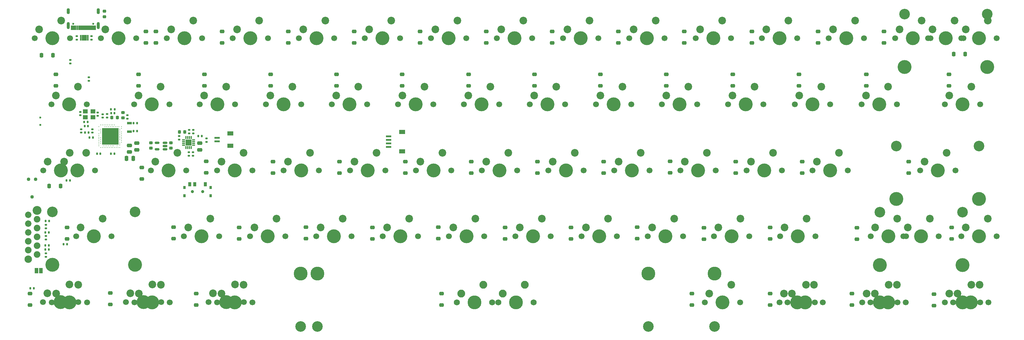
<source format=gbr>
%TF.GenerationSoftware,KiCad,Pcbnew,7.0.1-0*%
%TF.CreationDate,2023-07-30T23:25:48+05:30*%
%TF.ProjectId,Keyboard_60%,4b657962-6f61-4726-945f-3630252e6b69,rev?*%
%TF.SameCoordinates,Original*%
%TF.FileFunction,Soldermask,Bot*%
%TF.FilePolarity,Negative*%
%FSLAX46Y46*%
G04 Gerber Fmt 4.6, Leading zero omitted, Abs format (unit mm)*
G04 Created by KiCad (PCBNEW 7.0.1-0) date 2023-07-30 23:25:48*
%MOMM*%
%LPD*%
G01*
G04 APERTURE LIST*
G04 Aperture macros list*
%AMRoundRect*
0 Rectangle with rounded corners*
0 $1 Rounding radius*
0 $2 $3 $4 $5 $6 $7 $8 $9 X,Y pos of 4 corners*
0 Add a 4 corners polygon primitive as box body*
4,1,4,$2,$3,$4,$5,$6,$7,$8,$9,$2,$3,0*
0 Add four circle primitives for the rounded corners*
1,1,$1+$1,$2,$3*
1,1,$1+$1,$4,$5*
1,1,$1+$1,$6,$7*
1,1,$1+$1,$8,$9*
0 Add four rect primitives between the rounded corners*
20,1,$1+$1,$2,$3,$4,$5,0*
20,1,$1+$1,$4,$5,$6,$7,0*
20,1,$1+$1,$6,$7,$8,$9,0*
20,1,$1+$1,$8,$9,$2,$3,0*%
G04 Aperture macros list end*
%ADD10C,0.010000*%
%ADD11C,1.700000*%
%ADD12C,4.000000*%
%ADD13C,2.200000*%
%ADD14C,2.150000*%
%ADD15C,2.550000*%
%ADD16C,1.900000*%
%ADD17C,1.850000*%
%ADD18C,3.050000*%
%ADD19C,3.987800*%
%ADD20C,3.048000*%
%ADD21C,1.750000*%
%ADD22C,2.250000*%
%ADD23C,1.016000*%
%ADD24RoundRect,0.140000X-0.170000X0.140000X-0.170000X-0.140000X0.170000X-0.140000X0.170000X0.140000X0*%
%ADD25RoundRect,0.250000X0.400000X-0.250000X0.400000X0.250000X-0.400000X0.250000X-0.400000X-0.250000X0*%
%ADD26RoundRect,0.225000X0.225000X0.250000X-0.225000X0.250000X-0.225000X-0.250000X0.225000X-0.250000X0*%
%ADD27RoundRect,0.250000X-0.400000X0.250000X-0.400000X-0.250000X0.400000X-0.250000X0.400000X0.250000X0*%
%ADD28R,4.850000X4.850000*%
%ADD29C,0.600000*%
%ADD30C,0.250000*%
%ADD31R,1.800000X1.200000*%
%ADD32R,1.550000X0.600000*%
%ADD33RoundRect,0.135000X-0.135000X-0.185000X0.135000X-0.185000X0.135000X0.185000X-0.135000X0.185000X0*%
%ADD34RoundRect,0.225000X-0.250000X0.225000X-0.250000X-0.225000X0.250000X-0.225000X0.250000X0.225000X0*%
%ADD35RoundRect,0.250000X0.250000X0.400000X-0.250000X0.400000X-0.250000X-0.400000X0.250000X-0.400000X0*%
%ADD36R,0.800000X0.950000*%
%ADD37C,0.900000*%
%ADD38R,0.900000X1.250000*%
%ADD39RoundRect,0.150000X0.512500X0.150000X-0.512500X0.150000X-0.512500X-0.150000X0.512500X-0.150000X0*%
%ADD40RoundRect,0.140000X0.140000X0.170000X-0.140000X0.170000X-0.140000X-0.170000X0.140000X-0.170000X0*%
%ADD41RoundRect,0.250000X-0.475000X0.250000X-0.475000X-0.250000X0.475000X-0.250000X0.475000X0.250000X0*%
%ADD42RoundRect,0.135000X-0.185000X0.135000X-0.185000X-0.135000X0.185000X-0.135000X0.185000X0.135000X0*%
%ADD43RoundRect,0.140000X0.170000X-0.140000X0.170000X0.140000X-0.170000X0.140000X-0.170000X-0.140000X0*%
%ADD44RoundRect,0.147500X0.147500X0.172500X-0.147500X0.172500X-0.147500X-0.172500X0.147500X-0.172500X0*%
%ADD45RoundRect,0.218750X0.256250X-0.218750X0.256250X0.218750X-0.256250X0.218750X-0.256250X-0.218750X0*%
%ADD46RoundRect,0.135000X0.135000X0.185000X-0.135000X0.185000X-0.135000X-0.185000X0.135000X-0.185000X0*%
%ADD47RoundRect,0.140000X-0.140000X-0.170000X0.140000X-0.170000X0.140000X0.170000X-0.140000X0.170000X0*%
%ADD48R,1.350000X0.650000*%
%ADD49RoundRect,0.135000X0.185000X-0.135000X0.185000X0.135000X-0.185000X0.135000X-0.185000X-0.135000X0*%
%ADD50RoundRect,0.250000X-0.250000X-0.400000X0.250000X-0.400000X0.250000X0.400000X-0.250000X0.400000X0*%
%ADD51R,1.000000X1.500000*%
%ADD52R,1.400000X1.200000*%
%ADD53O,0.900000X1.700000*%
%ADD54O,0.900000X2.000000*%
%ADD55RoundRect,0.007800X0.422200X0.122200X-0.422200X0.122200X-0.422200X-0.122200X0.422200X-0.122200X0*%
%ADD56RoundRect,0.007800X0.122200X-0.422200X0.122200X0.422200X-0.122200X0.422200X-0.122200X-0.422200X0*%
%ADD57R,1.680000X1.680000*%
%ADD58R,0.500000X0.500000*%
%ADD59RoundRect,0.250000X-0.250000X-0.475000X0.250000X-0.475000X0.250000X0.475000X-0.250000X0.475000X0*%
G04 APERTURE END LIST*
%TO.C,U4*%
D10*
X65978000Y-63733500D02*
X65980000Y-63733500D01*
X65983000Y-63734500D01*
X65985000Y-63734500D01*
X65988000Y-63735500D01*
X65990000Y-63736500D01*
X65993000Y-63737500D01*
X65995000Y-63739500D01*
X65997000Y-63740500D01*
X65999000Y-63742500D01*
X66001000Y-63743500D01*
X66003000Y-63745500D01*
X66005000Y-63747500D01*
X66007000Y-63749500D01*
X66009000Y-63751500D01*
X66010000Y-63753500D01*
X66012000Y-63755500D01*
X66013000Y-63757500D01*
X66015000Y-63759500D01*
X66016000Y-63762500D01*
X66017000Y-63764500D01*
X66018000Y-63767500D01*
X66018000Y-63769500D01*
X66019000Y-63772500D01*
X66019000Y-63774500D01*
X66020000Y-63777500D01*
X66020000Y-63779500D01*
X66020000Y-63782500D01*
X66020000Y-64387500D01*
X66020000Y-64390500D01*
X66020000Y-64392500D01*
X66019000Y-64395500D01*
X66019000Y-64397500D01*
X66018000Y-64400500D01*
X66018000Y-64402500D01*
X66017000Y-64405500D01*
X66016000Y-64407500D01*
X66015000Y-64410500D01*
X66013000Y-64412500D01*
X66012000Y-64414500D01*
X66010000Y-64416500D01*
X66009000Y-64418500D01*
X66007000Y-64420500D01*
X66005000Y-64422500D01*
X66003000Y-64424500D01*
X66001000Y-64426500D01*
X65999000Y-64427500D01*
X65997000Y-64429500D01*
X65995000Y-64430500D01*
X65993000Y-64432500D01*
X65990000Y-64433500D01*
X65988000Y-64434500D01*
X65985000Y-64435500D01*
X65983000Y-64435500D01*
X65980000Y-64436500D01*
X65978000Y-64436500D01*
X65975000Y-64437500D01*
X65973000Y-64437500D01*
X65970000Y-64437500D01*
X65730000Y-64437500D01*
X65727000Y-64437500D01*
X65725000Y-64437500D01*
X65722000Y-64436500D01*
X65720000Y-64436500D01*
X65717000Y-64435500D01*
X65715000Y-64435500D01*
X65712000Y-64434500D01*
X65710000Y-64433500D01*
X65707000Y-64432500D01*
X65705000Y-64430500D01*
X65703000Y-64429500D01*
X65701000Y-64427500D01*
X65699000Y-64426500D01*
X65697000Y-64424500D01*
X65695000Y-64422500D01*
X65693000Y-64420500D01*
X65691000Y-64418500D01*
X65690000Y-64416500D01*
X65688000Y-64414500D01*
X65687000Y-64412500D01*
X65685000Y-64410500D01*
X65684000Y-64407500D01*
X65683000Y-64405500D01*
X65682000Y-64402500D01*
X65682000Y-64400500D01*
X65681000Y-64397500D01*
X65681000Y-64395500D01*
X65680000Y-64392500D01*
X65680000Y-64390500D01*
X65680000Y-64387500D01*
X65680000Y-63782500D01*
X65680000Y-63779500D01*
X65680000Y-63777500D01*
X65681000Y-63774500D01*
X65681000Y-63772500D01*
X65682000Y-63769500D01*
X65682000Y-63767500D01*
X65683000Y-63764500D01*
X65684000Y-63762500D01*
X65685000Y-63759500D01*
X65687000Y-63757500D01*
X65688000Y-63755500D01*
X65690000Y-63753500D01*
X65691000Y-63751500D01*
X65693000Y-63749500D01*
X65695000Y-63747500D01*
X65697000Y-63745500D01*
X65699000Y-63743500D01*
X65701000Y-63742500D01*
X65703000Y-63740500D01*
X65705000Y-63739500D01*
X65707000Y-63737500D01*
X65710000Y-63736500D01*
X65712000Y-63735500D01*
X65715000Y-63734500D01*
X65717000Y-63734500D01*
X65720000Y-63733500D01*
X65722000Y-63733500D01*
X65725000Y-63732500D01*
X65727000Y-63732500D01*
X65730000Y-63732500D01*
X65970000Y-63732500D01*
X65973000Y-63732500D01*
X65975000Y-63732500D01*
X65978000Y-63733500D01*
G36*
X65978000Y-63733500D02*
G01*
X65980000Y-63733500D01*
X65983000Y-63734500D01*
X65985000Y-63734500D01*
X65988000Y-63735500D01*
X65990000Y-63736500D01*
X65993000Y-63737500D01*
X65995000Y-63739500D01*
X65997000Y-63740500D01*
X65999000Y-63742500D01*
X66001000Y-63743500D01*
X66003000Y-63745500D01*
X66005000Y-63747500D01*
X66007000Y-63749500D01*
X66009000Y-63751500D01*
X66010000Y-63753500D01*
X66012000Y-63755500D01*
X66013000Y-63757500D01*
X66015000Y-63759500D01*
X66016000Y-63762500D01*
X66017000Y-63764500D01*
X66018000Y-63767500D01*
X66018000Y-63769500D01*
X66019000Y-63772500D01*
X66019000Y-63774500D01*
X66020000Y-63777500D01*
X66020000Y-63779500D01*
X66020000Y-63782500D01*
X66020000Y-64387500D01*
X66020000Y-64390500D01*
X66020000Y-64392500D01*
X66019000Y-64395500D01*
X66019000Y-64397500D01*
X66018000Y-64400500D01*
X66018000Y-64402500D01*
X66017000Y-64405500D01*
X66016000Y-64407500D01*
X66015000Y-64410500D01*
X66013000Y-64412500D01*
X66012000Y-64414500D01*
X66010000Y-64416500D01*
X66009000Y-64418500D01*
X66007000Y-64420500D01*
X66005000Y-64422500D01*
X66003000Y-64424500D01*
X66001000Y-64426500D01*
X65999000Y-64427500D01*
X65997000Y-64429500D01*
X65995000Y-64430500D01*
X65993000Y-64432500D01*
X65990000Y-64433500D01*
X65988000Y-64434500D01*
X65985000Y-64435500D01*
X65983000Y-64435500D01*
X65980000Y-64436500D01*
X65978000Y-64436500D01*
X65975000Y-64437500D01*
X65973000Y-64437500D01*
X65970000Y-64437500D01*
X65730000Y-64437500D01*
X65727000Y-64437500D01*
X65725000Y-64437500D01*
X65722000Y-64436500D01*
X65720000Y-64436500D01*
X65717000Y-64435500D01*
X65715000Y-64435500D01*
X65712000Y-64434500D01*
X65710000Y-64433500D01*
X65707000Y-64432500D01*
X65705000Y-64430500D01*
X65703000Y-64429500D01*
X65701000Y-64427500D01*
X65699000Y-64426500D01*
X65697000Y-64424500D01*
X65695000Y-64422500D01*
X65693000Y-64420500D01*
X65691000Y-64418500D01*
X65690000Y-64416500D01*
X65688000Y-64414500D01*
X65687000Y-64412500D01*
X65685000Y-64410500D01*
X65684000Y-64407500D01*
X65683000Y-64405500D01*
X65682000Y-64402500D01*
X65682000Y-64400500D01*
X65681000Y-64397500D01*
X65681000Y-64395500D01*
X65680000Y-64392500D01*
X65680000Y-64390500D01*
X65680000Y-64387500D01*
X65680000Y-63782500D01*
X65680000Y-63779500D01*
X65680000Y-63777500D01*
X65681000Y-63774500D01*
X65681000Y-63772500D01*
X65682000Y-63769500D01*
X65682000Y-63767500D01*
X65683000Y-63764500D01*
X65684000Y-63762500D01*
X65685000Y-63759500D01*
X65687000Y-63757500D01*
X65688000Y-63755500D01*
X65690000Y-63753500D01*
X65691000Y-63751500D01*
X65693000Y-63749500D01*
X65695000Y-63747500D01*
X65697000Y-63745500D01*
X65699000Y-63743500D01*
X65701000Y-63742500D01*
X65703000Y-63740500D01*
X65705000Y-63739500D01*
X65707000Y-63737500D01*
X65710000Y-63736500D01*
X65712000Y-63735500D01*
X65715000Y-63734500D01*
X65717000Y-63734500D01*
X65720000Y-63733500D01*
X65722000Y-63733500D01*
X65725000Y-63732500D01*
X65727000Y-63732500D01*
X65730000Y-63732500D01*
X65970000Y-63732500D01*
X65973000Y-63732500D01*
X65975000Y-63732500D01*
X65978000Y-63733500D01*
G37*
X67078000Y-63733500D02*
X67080000Y-63733500D01*
X67083000Y-63734500D01*
X67085000Y-63734500D01*
X67088000Y-63735500D01*
X67090000Y-63736500D01*
X67093000Y-63737500D01*
X67095000Y-63739500D01*
X67097000Y-63740500D01*
X67099000Y-63742500D01*
X67101000Y-63743500D01*
X67103000Y-63745500D01*
X67105000Y-63747500D01*
X67107000Y-63749500D01*
X67109000Y-63751500D01*
X67110000Y-63753500D01*
X67112000Y-63755500D01*
X67113000Y-63757500D01*
X67115000Y-63759500D01*
X67116000Y-63762500D01*
X67117000Y-63764500D01*
X67118000Y-63767500D01*
X67118000Y-63769500D01*
X67119000Y-63772500D01*
X67119000Y-63774500D01*
X67120000Y-63777500D01*
X67120000Y-63779500D01*
X67120000Y-63782500D01*
X67120000Y-64387500D01*
X67120000Y-64390500D01*
X67120000Y-64392500D01*
X67119000Y-64395500D01*
X67119000Y-64397500D01*
X67118000Y-64400500D01*
X67118000Y-64402500D01*
X67117000Y-64405500D01*
X67116000Y-64407500D01*
X67115000Y-64410500D01*
X67113000Y-64412500D01*
X67112000Y-64414500D01*
X67110000Y-64416500D01*
X67109000Y-64418500D01*
X67107000Y-64420500D01*
X67105000Y-64422500D01*
X67103000Y-64424500D01*
X67101000Y-64426500D01*
X67099000Y-64427500D01*
X67097000Y-64429500D01*
X67095000Y-64430500D01*
X67093000Y-64432500D01*
X67090000Y-64433500D01*
X67088000Y-64434500D01*
X67085000Y-64435500D01*
X67083000Y-64435500D01*
X67080000Y-64436500D01*
X67078000Y-64436500D01*
X67075000Y-64437500D01*
X67073000Y-64437500D01*
X67070000Y-64437500D01*
X66630000Y-64437500D01*
X66627000Y-64437500D01*
X66625000Y-64437500D01*
X66622000Y-64436500D01*
X66620000Y-64436500D01*
X66617000Y-64435500D01*
X66615000Y-64435500D01*
X66612000Y-64434500D01*
X66610000Y-64433500D01*
X66607000Y-64432500D01*
X66605000Y-64430500D01*
X66603000Y-64429500D01*
X66601000Y-64427500D01*
X66599000Y-64426500D01*
X66597000Y-64424500D01*
X66595000Y-64422500D01*
X66593000Y-64420500D01*
X66591000Y-64418500D01*
X66590000Y-64416500D01*
X66588000Y-64414500D01*
X66587000Y-64412500D01*
X66585000Y-64410500D01*
X66584000Y-64407500D01*
X66583000Y-64405500D01*
X66582000Y-64402500D01*
X66582000Y-64400500D01*
X66581000Y-64397500D01*
X66581000Y-64395500D01*
X66580000Y-64392500D01*
X66580000Y-64390500D01*
X66580000Y-64387500D01*
X66580000Y-63782500D01*
X66580000Y-63779500D01*
X66580000Y-63777500D01*
X66581000Y-63774500D01*
X66581000Y-63772500D01*
X66582000Y-63769500D01*
X66582000Y-63767500D01*
X66583000Y-63764500D01*
X66584000Y-63762500D01*
X66585000Y-63759500D01*
X66587000Y-63757500D01*
X66588000Y-63755500D01*
X66590000Y-63753500D01*
X66591000Y-63751500D01*
X66593000Y-63749500D01*
X66595000Y-63747500D01*
X66597000Y-63745500D01*
X66599000Y-63743500D01*
X66601000Y-63742500D01*
X66603000Y-63740500D01*
X66605000Y-63739500D01*
X66607000Y-63737500D01*
X66610000Y-63736500D01*
X66612000Y-63735500D01*
X66615000Y-63734500D01*
X66617000Y-63734500D01*
X66620000Y-63733500D01*
X66622000Y-63733500D01*
X66625000Y-63732500D01*
X66627000Y-63732500D01*
X66630000Y-63732500D01*
X67070000Y-63732500D01*
X67073000Y-63732500D01*
X67075000Y-63732500D01*
X67078000Y-63733500D01*
G36*
X67078000Y-63733500D02*
G01*
X67080000Y-63733500D01*
X67083000Y-63734500D01*
X67085000Y-63734500D01*
X67088000Y-63735500D01*
X67090000Y-63736500D01*
X67093000Y-63737500D01*
X67095000Y-63739500D01*
X67097000Y-63740500D01*
X67099000Y-63742500D01*
X67101000Y-63743500D01*
X67103000Y-63745500D01*
X67105000Y-63747500D01*
X67107000Y-63749500D01*
X67109000Y-63751500D01*
X67110000Y-63753500D01*
X67112000Y-63755500D01*
X67113000Y-63757500D01*
X67115000Y-63759500D01*
X67116000Y-63762500D01*
X67117000Y-63764500D01*
X67118000Y-63767500D01*
X67118000Y-63769500D01*
X67119000Y-63772500D01*
X67119000Y-63774500D01*
X67120000Y-63777500D01*
X67120000Y-63779500D01*
X67120000Y-63782500D01*
X67120000Y-64387500D01*
X67120000Y-64390500D01*
X67120000Y-64392500D01*
X67119000Y-64395500D01*
X67119000Y-64397500D01*
X67118000Y-64400500D01*
X67118000Y-64402500D01*
X67117000Y-64405500D01*
X67116000Y-64407500D01*
X67115000Y-64410500D01*
X67113000Y-64412500D01*
X67112000Y-64414500D01*
X67110000Y-64416500D01*
X67109000Y-64418500D01*
X67107000Y-64420500D01*
X67105000Y-64422500D01*
X67103000Y-64424500D01*
X67101000Y-64426500D01*
X67099000Y-64427500D01*
X67097000Y-64429500D01*
X67095000Y-64430500D01*
X67093000Y-64432500D01*
X67090000Y-64433500D01*
X67088000Y-64434500D01*
X67085000Y-64435500D01*
X67083000Y-64435500D01*
X67080000Y-64436500D01*
X67078000Y-64436500D01*
X67075000Y-64437500D01*
X67073000Y-64437500D01*
X67070000Y-64437500D01*
X66630000Y-64437500D01*
X66627000Y-64437500D01*
X66625000Y-64437500D01*
X66622000Y-64436500D01*
X66620000Y-64436500D01*
X66617000Y-64435500D01*
X66615000Y-64435500D01*
X66612000Y-64434500D01*
X66610000Y-64433500D01*
X66607000Y-64432500D01*
X66605000Y-64430500D01*
X66603000Y-64429500D01*
X66601000Y-64427500D01*
X66599000Y-64426500D01*
X66597000Y-64424500D01*
X66595000Y-64422500D01*
X66593000Y-64420500D01*
X66591000Y-64418500D01*
X66590000Y-64416500D01*
X66588000Y-64414500D01*
X66587000Y-64412500D01*
X66585000Y-64410500D01*
X66584000Y-64407500D01*
X66583000Y-64405500D01*
X66582000Y-64402500D01*
X66582000Y-64400500D01*
X66581000Y-64397500D01*
X66581000Y-64395500D01*
X66580000Y-64392500D01*
X66580000Y-64390500D01*
X66580000Y-64387500D01*
X66580000Y-63782500D01*
X66580000Y-63779500D01*
X66580000Y-63777500D01*
X66581000Y-63774500D01*
X66581000Y-63772500D01*
X66582000Y-63769500D01*
X66582000Y-63767500D01*
X66583000Y-63764500D01*
X66584000Y-63762500D01*
X66585000Y-63759500D01*
X66587000Y-63757500D01*
X66588000Y-63755500D01*
X66590000Y-63753500D01*
X66591000Y-63751500D01*
X66593000Y-63749500D01*
X66595000Y-63747500D01*
X66597000Y-63745500D01*
X66599000Y-63743500D01*
X66601000Y-63742500D01*
X66603000Y-63740500D01*
X66605000Y-63739500D01*
X66607000Y-63737500D01*
X66610000Y-63736500D01*
X66612000Y-63735500D01*
X66615000Y-63734500D01*
X66617000Y-63734500D01*
X66620000Y-63733500D01*
X66622000Y-63733500D01*
X66625000Y-63732500D01*
X66627000Y-63732500D01*
X66630000Y-63732500D01*
X67070000Y-63732500D01*
X67073000Y-63732500D01*
X67075000Y-63732500D01*
X67078000Y-63733500D01*
G37*
X67978000Y-63733500D02*
X67980000Y-63733500D01*
X67983000Y-63734500D01*
X67985000Y-63734500D01*
X67988000Y-63735500D01*
X67990000Y-63736500D01*
X67993000Y-63737500D01*
X67995000Y-63739500D01*
X67997000Y-63740500D01*
X67999000Y-63742500D01*
X68001000Y-63743500D01*
X68003000Y-63745500D01*
X68005000Y-63747500D01*
X68007000Y-63749500D01*
X68009000Y-63751500D01*
X68010000Y-63753500D01*
X68012000Y-63755500D01*
X68013000Y-63757500D01*
X68015000Y-63759500D01*
X68016000Y-63762500D01*
X68017000Y-63764500D01*
X68018000Y-63767500D01*
X68018000Y-63769500D01*
X68019000Y-63772500D01*
X68019000Y-63774500D01*
X68020000Y-63777500D01*
X68020000Y-63779500D01*
X68020000Y-63782500D01*
X68020000Y-64387500D01*
X68020000Y-64390500D01*
X68020000Y-64392500D01*
X68019000Y-64395500D01*
X68019000Y-64397500D01*
X68018000Y-64400500D01*
X68018000Y-64402500D01*
X68017000Y-64405500D01*
X68016000Y-64407500D01*
X68015000Y-64410500D01*
X68013000Y-64412500D01*
X68012000Y-64414500D01*
X68010000Y-64416500D01*
X68009000Y-64418500D01*
X68007000Y-64420500D01*
X68005000Y-64422500D01*
X68003000Y-64424500D01*
X68001000Y-64426500D01*
X67999000Y-64427500D01*
X67997000Y-64429500D01*
X67995000Y-64430500D01*
X67993000Y-64432500D01*
X67990000Y-64433500D01*
X67988000Y-64434500D01*
X67985000Y-64435500D01*
X67983000Y-64435500D01*
X67980000Y-64436500D01*
X67978000Y-64436500D01*
X67975000Y-64437500D01*
X67973000Y-64437500D01*
X67970000Y-64437500D01*
X67730000Y-64437500D01*
X67727000Y-64437500D01*
X67725000Y-64437500D01*
X67722000Y-64436500D01*
X67720000Y-64436500D01*
X67717000Y-64435500D01*
X67715000Y-64435500D01*
X67712000Y-64434500D01*
X67710000Y-64433500D01*
X67707000Y-64432500D01*
X67705000Y-64430500D01*
X67703000Y-64429500D01*
X67701000Y-64427500D01*
X67699000Y-64426500D01*
X67697000Y-64424500D01*
X67695000Y-64422500D01*
X67693000Y-64420500D01*
X67691000Y-64418500D01*
X67690000Y-64416500D01*
X67688000Y-64414500D01*
X67687000Y-64412500D01*
X67685000Y-64410500D01*
X67684000Y-64407500D01*
X67683000Y-64405500D01*
X67682000Y-64402500D01*
X67682000Y-64400500D01*
X67681000Y-64397500D01*
X67681000Y-64395500D01*
X67680000Y-64392500D01*
X67680000Y-64390500D01*
X67680000Y-64387500D01*
X67680000Y-63782500D01*
X67680000Y-63779500D01*
X67680000Y-63777500D01*
X67681000Y-63774500D01*
X67681000Y-63772500D01*
X67682000Y-63769500D01*
X67682000Y-63767500D01*
X67683000Y-63764500D01*
X67684000Y-63762500D01*
X67685000Y-63759500D01*
X67687000Y-63757500D01*
X67688000Y-63755500D01*
X67690000Y-63753500D01*
X67691000Y-63751500D01*
X67693000Y-63749500D01*
X67695000Y-63747500D01*
X67697000Y-63745500D01*
X67699000Y-63743500D01*
X67701000Y-63742500D01*
X67703000Y-63740500D01*
X67705000Y-63739500D01*
X67707000Y-63737500D01*
X67710000Y-63736500D01*
X67712000Y-63735500D01*
X67715000Y-63734500D01*
X67717000Y-63734500D01*
X67720000Y-63733500D01*
X67722000Y-63733500D01*
X67725000Y-63732500D01*
X67727000Y-63732500D01*
X67730000Y-63732500D01*
X67970000Y-63732500D01*
X67973000Y-63732500D01*
X67975000Y-63732500D01*
X67978000Y-63733500D01*
G36*
X67978000Y-63733500D02*
G01*
X67980000Y-63733500D01*
X67983000Y-63734500D01*
X67985000Y-63734500D01*
X67988000Y-63735500D01*
X67990000Y-63736500D01*
X67993000Y-63737500D01*
X67995000Y-63739500D01*
X67997000Y-63740500D01*
X67999000Y-63742500D01*
X68001000Y-63743500D01*
X68003000Y-63745500D01*
X68005000Y-63747500D01*
X68007000Y-63749500D01*
X68009000Y-63751500D01*
X68010000Y-63753500D01*
X68012000Y-63755500D01*
X68013000Y-63757500D01*
X68015000Y-63759500D01*
X68016000Y-63762500D01*
X68017000Y-63764500D01*
X68018000Y-63767500D01*
X68018000Y-63769500D01*
X68019000Y-63772500D01*
X68019000Y-63774500D01*
X68020000Y-63777500D01*
X68020000Y-63779500D01*
X68020000Y-63782500D01*
X68020000Y-64387500D01*
X68020000Y-64390500D01*
X68020000Y-64392500D01*
X68019000Y-64395500D01*
X68019000Y-64397500D01*
X68018000Y-64400500D01*
X68018000Y-64402500D01*
X68017000Y-64405500D01*
X68016000Y-64407500D01*
X68015000Y-64410500D01*
X68013000Y-64412500D01*
X68012000Y-64414500D01*
X68010000Y-64416500D01*
X68009000Y-64418500D01*
X68007000Y-64420500D01*
X68005000Y-64422500D01*
X68003000Y-64424500D01*
X68001000Y-64426500D01*
X67999000Y-64427500D01*
X67997000Y-64429500D01*
X67995000Y-64430500D01*
X67993000Y-64432500D01*
X67990000Y-64433500D01*
X67988000Y-64434500D01*
X67985000Y-64435500D01*
X67983000Y-64435500D01*
X67980000Y-64436500D01*
X67978000Y-64436500D01*
X67975000Y-64437500D01*
X67973000Y-64437500D01*
X67970000Y-64437500D01*
X67730000Y-64437500D01*
X67727000Y-64437500D01*
X67725000Y-64437500D01*
X67722000Y-64436500D01*
X67720000Y-64436500D01*
X67717000Y-64435500D01*
X67715000Y-64435500D01*
X67712000Y-64434500D01*
X67710000Y-64433500D01*
X67707000Y-64432500D01*
X67705000Y-64430500D01*
X67703000Y-64429500D01*
X67701000Y-64427500D01*
X67699000Y-64426500D01*
X67697000Y-64424500D01*
X67695000Y-64422500D01*
X67693000Y-64420500D01*
X67691000Y-64418500D01*
X67690000Y-64416500D01*
X67688000Y-64414500D01*
X67687000Y-64412500D01*
X67685000Y-64410500D01*
X67684000Y-64407500D01*
X67683000Y-64405500D01*
X67682000Y-64402500D01*
X67682000Y-64400500D01*
X67681000Y-64397500D01*
X67681000Y-64395500D01*
X67680000Y-64392500D01*
X67680000Y-64390500D01*
X67680000Y-64387500D01*
X67680000Y-63782500D01*
X67680000Y-63779500D01*
X67680000Y-63777500D01*
X67681000Y-63774500D01*
X67681000Y-63772500D01*
X67682000Y-63769500D01*
X67682000Y-63767500D01*
X67683000Y-63764500D01*
X67684000Y-63762500D01*
X67685000Y-63759500D01*
X67687000Y-63757500D01*
X67688000Y-63755500D01*
X67690000Y-63753500D01*
X67691000Y-63751500D01*
X67693000Y-63749500D01*
X67695000Y-63747500D01*
X67697000Y-63745500D01*
X67699000Y-63743500D01*
X67701000Y-63742500D01*
X67703000Y-63740500D01*
X67705000Y-63739500D01*
X67707000Y-63737500D01*
X67710000Y-63736500D01*
X67712000Y-63735500D01*
X67715000Y-63734500D01*
X67717000Y-63734500D01*
X67720000Y-63733500D01*
X67722000Y-63733500D01*
X67725000Y-63732500D01*
X67727000Y-63732500D01*
X67730000Y-63732500D01*
X67970000Y-63732500D01*
X67973000Y-63732500D01*
X67975000Y-63732500D01*
X67978000Y-63733500D01*
G37*
X66478000Y-63733500D02*
X66480000Y-63733500D01*
X66483000Y-63734500D01*
X66485000Y-63734500D01*
X66488000Y-63735500D01*
X66490000Y-63736500D01*
X66493000Y-63737500D01*
X66495000Y-63739500D01*
X66497000Y-63740500D01*
X66499000Y-63742500D01*
X66501000Y-63743500D01*
X66503000Y-63745500D01*
X66505000Y-63747500D01*
X66507000Y-63749500D01*
X66509000Y-63751500D01*
X66510000Y-63753500D01*
X66512000Y-63755500D01*
X66513000Y-63757500D01*
X66515000Y-63759500D01*
X66516000Y-63762500D01*
X66517000Y-63764500D01*
X66518000Y-63767500D01*
X66518000Y-63769500D01*
X66519000Y-63772500D01*
X66519000Y-63774500D01*
X66520000Y-63777500D01*
X66520000Y-63779500D01*
X66520000Y-63782500D01*
X66520000Y-64387500D01*
X66520000Y-64390500D01*
X66520000Y-64392500D01*
X66519000Y-64395500D01*
X66519000Y-64397500D01*
X66518000Y-64400500D01*
X66518000Y-64402500D01*
X66517000Y-64405500D01*
X66516000Y-64407500D01*
X66515000Y-64410500D01*
X66513000Y-64412500D01*
X66512000Y-64414500D01*
X66510000Y-64416500D01*
X66509000Y-64418500D01*
X66507000Y-64420500D01*
X66505000Y-64422500D01*
X66503000Y-64424500D01*
X66501000Y-64426500D01*
X66499000Y-64427500D01*
X66497000Y-64429500D01*
X66495000Y-64430500D01*
X66493000Y-64432500D01*
X66490000Y-64433500D01*
X66488000Y-64434500D01*
X66485000Y-64435500D01*
X66483000Y-64435500D01*
X66480000Y-64436500D01*
X66478000Y-64436500D01*
X66475000Y-64437500D01*
X66473000Y-64437500D01*
X66470000Y-64437500D01*
X66230000Y-64437500D01*
X66227000Y-64437500D01*
X66225000Y-64437500D01*
X66222000Y-64436500D01*
X66220000Y-64436500D01*
X66217000Y-64435500D01*
X66215000Y-64435500D01*
X66212000Y-64434500D01*
X66210000Y-64433500D01*
X66207000Y-64432500D01*
X66205000Y-64430500D01*
X66203000Y-64429500D01*
X66201000Y-64427500D01*
X66199000Y-64426500D01*
X66197000Y-64424500D01*
X66195000Y-64422500D01*
X66193000Y-64420500D01*
X66191000Y-64418500D01*
X66190000Y-64416500D01*
X66188000Y-64414500D01*
X66187000Y-64412500D01*
X66185000Y-64410500D01*
X66184000Y-64407500D01*
X66183000Y-64405500D01*
X66182000Y-64402500D01*
X66182000Y-64400500D01*
X66181000Y-64397500D01*
X66181000Y-64395500D01*
X66180000Y-64392500D01*
X66180000Y-64390500D01*
X66180000Y-64387500D01*
X66180000Y-63782500D01*
X66180000Y-63779500D01*
X66180000Y-63777500D01*
X66181000Y-63774500D01*
X66181000Y-63772500D01*
X66182000Y-63769500D01*
X66182000Y-63767500D01*
X66183000Y-63764500D01*
X66184000Y-63762500D01*
X66185000Y-63759500D01*
X66187000Y-63757500D01*
X66188000Y-63755500D01*
X66190000Y-63753500D01*
X66191000Y-63751500D01*
X66193000Y-63749500D01*
X66195000Y-63747500D01*
X66197000Y-63745500D01*
X66199000Y-63743500D01*
X66201000Y-63742500D01*
X66203000Y-63740500D01*
X66205000Y-63739500D01*
X66207000Y-63737500D01*
X66210000Y-63736500D01*
X66212000Y-63735500D01*
X66215000Y-63734500D01*
X66217000Y-63734500D01*
X66220000Y-63733500D01*
X66222000Y-63733500D01*
X66225000Y-63732500D01*
X66227000Y-63732500D01*
X66230000Y-63732500D01*
X66470000Y-63732500D01*
X66473000Y-63732500D01*
X66475000Y-63732500D01*
X66478000Y-63733500D01*
G36*
X66478000Y-63733500D02*
G01*
X66480000Y-63733500D01*
X66483000Y-63734500D01*
X66485000Y-63734500D01*
X66488000Y-63735500D01*
X66490000Y-63736500D01*
X66493000Y-63737500D01*
X66495000Y-63739500D01*
X66497000Y-63740500D01*
X66499000Y-63742500D01*
X66501000Y-63743500D01*
X66503000Y-63745500D01*
X66505000Y-63747500D01*
X66507000Y-63749500D01*
X66509000Y-63751500D01*
X66510000Y-63753500D01*
X66512000Y-63755500D01*
X66513000Y-63757500D01*
X66515000Y-63759500D01*
X66516000Y-63762500D01*
X66517000Y-63764500D01*
X66518000Y-63767500D01*
X66518000Y-63769500D01*
X66519000Y-63772500D01*
X66519000Y-63774500D01*
X66520000Y-63777500D01*
X66520000Y-63779500D01*
X66520000Y-63782500D01*
X66520000Y-64387500D01*
X66520000Y-64390500D01*
X66520000Y-64392500D01*
X66519000Y-64395500D01*
X66519000Y-64397500D01*
X66518000Y-64400500D01*
X66518000Y-64402500D01*
X66517000Y-64405500D01*
X66516000Y-64407500D01*
X66515000Y-64410500D01*
X66513000Y-64412500D01*
X66512000Y-64414500D01*
X66510000Y-64416500D01*
X66509000Y-64418500D01*
X66507000Y-64420500D01*
X66505000Y-64422500D01*
X66503000Y-64424500D01*
X66501000Y-64426500D01*
X66499000Y-64427500D01*
X66497000Y-64429500D01*
X66495000Y-64430500D01*
X66493000Y-64432500D01*
X66490000Y-64433500D01*
X66488000Y-64434500D01*
X66485000Y-64435500D01*
X66483000Y-64435500D01*
X66480000Y-64436500D01*
X66478000Y-64436500D01*
X66475000Y-64437500D01*
X66473000Y-64437500D01*
X66470000Y-64437500D01*
X66230000Y-64437500D01*
X66227000Y-64437500D01*
X66225000Y-64437500D01*
X66222000Y-64436500D01*
X66220000Y-64436500D01*
X66217000Y-64435500D01*
X66215000Y-64435500D01*
X66212000Y-64434500D01*
X66210000Y-64433500D01*
X66207000Y-64432500D01*
X66205000Y-64430500D01*
X66203000Y-64429500D01*
X66201000Y-64427500D01*
X66199000Y-64426500D01*
X66197000Y-64424500D01*
X66195000Y-64422500D01*
X66193000Y-64420500D01*
X66191000Y-64418500D01*
X66190000Y-64416500D01*
X66188000Y-64414500D01*
X66187000Y-64412500D01*
X66185000Y-64410500D01*
X66184000Y-64407500D01*
X66183000Y-64405500D01*
X66182000Y-64402500D01*
X66182000Y-64400500D01*
X66181000Y-64397500D01*
X66181000Y-64395500D01*
X66180000Y-64392500D01*
X66180000Y-64390500D01*
X66180000Y-64387500D01*
X66180000Y-63782500D01*
X66180000Y-63779500D01*
X66180000Y-63777500D01*
X66181000Y-63774500D01*
X66181000Y-63772500D01*
X66182000Y-63769500D01*
X66182000Y-63767500D01*
X66183000Y-63764500D01*
X66184000Y-63762500D01*
X66185000Y-63759500D01*
X66187000Y-63757500D01*
X66188000Y-63755500D01*
X66190000Y-63753500D01*
X66191000Y-63751500D01*
X66193000Y-63749500D01*
X66195000Y-63747500D01*
X66197000Y-63745500D01*
X66199000Y-63743500D01*
X66201000Y-63742500D01*
X66203000Y-63740500D01*
X66205000Y-63739500D01*
X66207000Y-63737500D01*
X66210000Y-63736500D01*
X66212000Y-63735500D01*
X66215000Y-63734500D01*
X66217000Y-63734500D01*
X66220000Y-63733500D01*
X66222000Y-63733500D01*
X66225000Y-63732500D01*
X66227000Y-63732500D01*
X66230000Y-63732500D01*
X66470000Y-63732500D01*
X66473000Y-63732500D01*
X66475000Y-63732500D01*
X66478000Y-63733500D01*
G37*
X67478000Y-63733500D02*
X67480000Y-63733500D01*
X67483000Y-63734500D01*
X67485000Y-63734500D01*
X67488000Y-63735500D01*
X67490000Y-63736500D01*
X67493000Y-63737500D01*
X67495000Y-63739500D01*
X67497000Y-63740500D01*
X67499000Y-63742500D01*
X67501000Y-63743500D01*
X67503000Y-63745500D01*
X67505000Y-63747500D01*
X67507000Y-63749500D01*
X67509000Y-63751500D01*
X67510000Y-63753500D01*
X67512000Y-63755500D01*
X67513000Y-63757500D01*
X67515000Y-63759500D01*
X67516000Y-63762500D01*
X67517000Y-63764500D01*
X67518000Y-63767500D01*
X67518000Y-63769500D01*
X67519000Y-63772500D01*
X67519000Y-63774500D01*
X67520000Y-63777500D01*
X67520000Y-63779500D01*
X67520000Y-63782500D01*
X67520000Y-64387500D01*
X67520000Y-64390500D01*
X67520000Y-64392500D01*
X67519000Y-64395500D01*
X67519000Y-64397500D01*
X67518000Y-64400500D01*
X67518000Y-64402500D01*
X67517000Y-64405500D01*
X67516000Y-64407500D01*
X67515000Y-64410500D01*
X67513000Y-64412500D01*
X67512000Y-64414500D01*
X67510000Y-64416500D01*
X67509000Y-64418500D01*
X67507000Y-64420500D01*
X67505000Y-64422500D01*
X67503000Y-64424500D01*
X67501000Y-64426500D01*
X67499000Y-64427500D01*
X67497000Y-64429500D01*
X67495000Y-64430500D01*
X67493000Y-64432500D01*
X67490000Y-64433500D01*
X67488000Y-64434500D01*
X67485000Y-64435500D01*
X67483000Y-64435500D01*
X67480000Y-64436500D01*
X67478000Y-64436500D01*
X67475000Y-64437500D01*
X67473000Y-64437500D01*
X67470000Y-64437500D01*
X67230000Y-64437500D01*
X67227000Y-64437500D01*
X67225000Y-64437500D01*
X67222000Y-64436500D01*
X67220000Y-64436500D01*
X67217000Y-64435500D01*
X67215000Y-64435500D01*
X67212000Y-64434500D01*
X67210000Y-64433500D01*
X67207000Y-64432500D01*
X67205000Y-64430500D01*
X67203000Y-64429500D01*
X67201000Y-64427500D01*
X67199000Y-64426500D01*
X67197000Y-64424500D01*
X67195000Y-64422500D01*
X67193000Y-64420500D01*
X67191000Y-64418500D01*
X67190000Y-64416500D01*
X67188000Y-64414500D01*
X67187000Y-64412500D01*
X67185000Y-64410500D01*
X67184000Y-64407500D01*
X67183000Y-64405500D01*
X67182000Y-64402500D01*
X67182000Y-64400500D01*
X67181000Y-64397500D01*
X67181000Y-64395500D01*
X67180000Y-64392500D01*
X67180000Y-64390500D01*
X67180000Y-64387500D01*
X67180000Y-63782500D01*
X67180000Y-63779500D01*
X67180000Y-63777500D01*
X67181000Y-63774500D01*
X67181000Y-63772500D01*
X67182000Y-63769500D01*
X67182000Y-63767500D01*
X67183000Y-63764500D01*
X67184000Y-63762500D01*
X67185000Y-63759500D01*
X67187000Y-63757500D01*
X67188000Y-63755500D01*
X67190000Y-63753500D01*
X67191000Y-63751500D01*
X67193000Y-63749500D01*
X67195000Y-63747500D01*
X67197000Y-63745500D01*
X67199000Y-63743500D01*
X67201000Y-63742500D01*
X67203000Y-63740500D01*
X67205000Y-63739500D01*
X67207000Y-63737500D01*
X67210000Y-63736500D01*
X67212000Y-63735500D01*
X67215000Y-63734500D01*
X67217000Y-63734500D01*
X67220000Y-63733500D01*
X67222000Y-63733500D01*
X67225000Y-63732500D01*
X67227000Y-63732500D01*
X67230000Y-63732500D01*
X67470000Y-63732500D01*
X67473000Y-63732500D01*
X67475000Y-63732500D01*
X67478000Y-63733500D01*
G36*
X67478000Y-63733500D02*
G01*
X67480000Y-63733500D01*
X67483000Y-63734500D01*
X67485000Y-63734500D01*
X67488000Y-63735500D01*
X67490000Y-63736500D01*
X67493000Y-63737500D01*
X67495000Y-63739500D01*
X67497000Y-63740500D01*
X67499000Y-63742500D01*
X67501000Y-63743500D01*
X67503000Y-63745500D01*
X67505000Y-63747500D01*
X67507000Y-63749500D01*
X67509000Y-63751500D01*
X67510000Y-63753500D01*
X67512000Y-63755500D01*
X67513000Y-63757500D01*
X67515000Y-63759500D01*
X67516000Y-63762500D01*
X67517000Y-63764500D01*
X67518000Y-63767500D01*
X67518000Y-63769500D01*
X67519000Y-63772500D01*
X67519000Y-63774500D01*
X67520000Y-63777500D01*
X67520000Y-63779500D01*
X67520000Y-63782500D01*
X67520000Y-64387500D01*
X67520000Y-64390500D01*
X67520000Y-64392500D01*
X67519000Y-64395500D01*
X67519000Y-64397500D01*
X67518000Y-64400500D01*
X67518000Y-64402500D01*
X67517000Y-64405500D01*
X67516000Y-64407500D01*
X67515000Y-64410500D01*
X67513000Y-64412500D01*
X67512000Y-64414500D01*
X67510000Y-64416500D01*
X67509000Y-64418500D01*
X67507000Y-64420500D01*
X67505000Y-64422500D01*
X67503000Y-64424500D01*
X67501000Y-64426500D01*
X67499000Y-64427500D01*
X67497000Y-64429500D01*
X67495000Y-64430500D01*
X67493000Y-64432500D01*
X67490000Y-64433500D01*
X67488000Y-64434500D01*
X67485000Y-64435500D01*
X67483000Y-64435500D01*
X67480000Y-64436500D01*
X67478000Y-64436500D01*
X67475000Y-64437500D01*
X67473000Y-64437500D01*
X67470000Y-64437500D01*
X67230000Y-64437500D01*
X67227000Y-64437500D01*
X67225000Y-64437500D01*
X67222000Y-64436500D01*
X67220000Y-64436500D01*
X67217000Y-64435500D01*
X67215000Y-64435500D01*
X67212000Y-64434500D01*
X67210000Y-64433500D01*
X67207000Y-64432500D01*
X67205000Y-64430500D01*
X67203000Y-64429500D01*
X67201000Y-64427500D01*
X67199000Y-64426500D01*
X67197000Y-64424500D01*
X67195000Y-64422500D01*
X67193000Y-64420500D01*
X67191000Y-64418500D01*
X67190000Y-64416500D01*
X67188000Y-64414500D01*
X67187000Y-64412500D01*
X67185000Y-64410500D01*
X67184000Y-64407500D01*
X67183000Y-64405500D01*
X67182000Y-64402500D01*
X67182000Y-64400500D01*
X67181000Y-64397500D01*
X67181000Y-64395500D01*
X67180000Y-64392500D01*
X67180000Y-64390500D01*
X67180000Y-64387500D01*
X67180000Y-63782500D01*
X67180000Y-63779500D01*
X67180000Y-63777500D01*
X67181000Y-63774500D01*
X67181000Y-63772500D01*
X67182000Y-63769500D01*
X67182000Y-63767500D01*
X67183000Y-63764500D01*
X67184000Y-63762500D01*
X67185000Y-63759500D01*
X67187000Y-63757500D01*
X67188000Y-63755500D01*
X67190000Y-63753500D01*
X67191000Y-63751500D01*
X67193000Y-63749500D01*
X67195000Y-63747500D01*
X67197000Y-63745500D01*
X67199000Y-63743500D01*
X67201000Y-63742500D01*
X67203000Y-63740500D01*
X67205000Y-63739500D01*
X67207000Y-63737500D01*
X67210000Y-63736500D01*
X67212000Y-63735500D01*
X67215000Y-63734500D01*
X67217000Y-63734500D01*
X67220000Y-63733500D01*
X67222000Y-63733500D01*
X67225000Y-63732500D01*
X67227000Y-63732500D01*
X67230000Y-63732500D01*
X67470000Y-63732500D01*
X67473000Y-63732500D01*
X67475000Y-63732500D01*
X67478000Y-63733500D01*
G37*
X66478000Y-62898500D02*
X66480000Y-62898500D01*
X66483000Y-62899500D01*
X66485000Y-62899500D01*
X66488000Y-62900500D01*
X66490000Y-62901500D01*
X66493000Y-62902500D01*
X66495000Y-62904500D01*
X66497000Y-62905500D01*
X66499000Y-62907500D01*
X66501000Y-62908500D01*
X66503000Y-62910500D01*
X66505000Y-62912500D01*
X66507000Y-62914500D01*
X66509000Y-62916500D01*
X66510000Y-62918500D01*
X66512000Y-62920500D01*
X66513000Y-62922500D01*
X66515000Y-62924500D01*
X66516000Y-62927500D01*
X66517000Y-62929500D01*
X66518000Y-62932500D01*
X66518000Y-62934500D01*
X66519000Y-62937500D01*
X66519000Y-62939500D01*
X66520000Y-62942500D01*
X66520000Y-62944500D01*
X66520000Y-62947500D01*
X66520000Y-63552500D01*
X66520000Y-63555500D01*
X66520000Y-63557500D01*
X66519000Y-63560500D01*
X66519000Y-63562500D01*
X66518000Y-63565500D01*
X66518000Y-63567500D01*
X66517000Y-63570500D01*
X66516000Y-63572500D01*
X66515000Y-63575500D01*
X66513000Y-63577500D01*
X66512000Y-63579500D01*
X66510000Y-63581500D01*
X66509000Y-63583500D01*
X66507000Y-63585500D01*
X66505000Y-63587500D01*
X66503000Y-63589500D01*
X66501000Y-63591500D01*
X66499000Y-63592500D01*
X66497000Y-63594500D01*
X66495000Y-63595500D01*
X66493000Y-63597500D01*
X66490000Y-63598500D01*
X66488000Y-63599500D01*
X66485000Y-63600500D01*
X66483000Y-63600500D01*
X66480000Y-63601500D01*
X66478000Y-63601500D01*
X66475000Y-63602500D01*
X66473000Y-63602500D01*
X66470000Y-63602500D01*
X66230000Y-63602500D01*
X66227000Y-63602500D01*
X66225000Y-63602500D01*
X66222000Y-63601500D01*
X66220000Y-63601500D01*
X66217000Y-63600500D01*
X66215000Y-63600500D01*
X66212000Y-63599500D01*
X66210000Y-63598500D01*
X66207000Y-63597500D01*
X66205000Y-63595500D01*
X66203000Y-63594500D01*
X66201000Y-63592500D01*
X66199000Y-63591500D01*
X66197000Y-63589500D01*
X66195000Y-63587500D01*
X66193000Y-63585500D01*
X66191000Y-63583500D01*
X66190000Y-63581500D01*
X66188000Y-63579500D01*
X66187000Y-63577500D01*
X66185000Y-63575500D01*
X66184000Y-63572500D01*
X66183000Y-63570500D01*
X66182000Y-63567500D01*
X66182000Y-63565500D01*
X66181000Y-63562500D01*
X66181000Y-63560500D01*
X66180000Y-63557500D01*
X66180000Y-63555500D01*
X66180000Y-63552500D01*
X66180000Y-62947500D01*
X66180000Y-62944500D01*
X66180000Y-62942500D01*
X66181000Y-62939500D01*
X66181000Y-62937500D01*
X66182000Y-62934500D01*
X66182000Y-62932500D01*
X66183000Y-62929500D01*
X66184000Y-62927500D01*
X66185000Y-62924500D01*
X66187000Y-62922500D01*
X66188000Y-62920500D01*
X66190000Y-62918500D01*
X66191000Y-62916500D01*
X66193000Y-62914500D01*
X66195000Y-62912500D01*
X66197000Y-62910500D01*
X66199000Y-62908500D01*
X66201000Y-62907500D01*
X66203000Y-62905500D01*
X66205000Y-62904500D01*
X66207000Y-62902500D01*
X66210000Y-62901500D01*
X66212000Y-62900500D01*
X66215000Y-62899500D01*
X66217000Y-62899500D01*
X66220000Y-62898500D01*
X66222000Y-62898500D01*
X66225000Y-62897500D01*
X66227000Y-62897500D01*
X66230000Y-62897500D01*
X66470000Y-62897500D01*
X66473000Y-62897500D01*
X66475000Y-62897500D01*
X66478000Y-62898500D01*
G36*
X66478000Y-62898500D02*
G01*
X66480000Y-62898500D01*
X66483000Y-62899500D01*
X66485000Y-62899500D01*
X66488000Y-62900500D01*
X66490000Y-62901500D01*
X66493000Y-62902500D01*
X66495000Y-62904500D01*
X66497000Y-62905500D01*
X66499000Y-62907500D01*
X66501000Y-62908500D01*
X66503000Y-62910500D01*
X66505000Y-62912500D01*
X66507000Y-62914500D01*
X66509000Y-62916500D01*
X66510000Y-62918500D01*
X66512000Y-62920500D01*
X66513000Y-62922500D01*
X66515000Y-62924500D01*
X66516000Y-62927500D01*
X66517000Y-62929500D01*
X66518000Y-62932500D01*
X66518000Y-62934500D01*
X66519000Y-62937500D01*
X66519000Y-62939500D01*
X66520000Y-62942500D01*
X66520000Y-62944500D01*
X66520000Y-62947500D01*
X66520000Y-63552500D01*
X66520000Y-63555500D01*
X66520000Y-63557500D01*
X66519000Y-63560500D01*
X66519000Y-63562500D01*
X66518000Y-63565500D01*
X66518000Y-63567500D01*
X66517000Y-63570500D01*
X66516000Y-63572500D01*
X66515000Y-63575500D01*
X66513000Y-63577500D01*
X66512000Y-63579500D01*
X66510000Y-63581500D01*
X66509000Y-63583500D01*
X66507000Y-63585500D01*
X66505000Y-63587500D01*
X66503000Y-63589500D01*
X66501000Y-63591500D01*
X66499000Y-63592500D01*
X66497000Y-63594500D01*
X66495000Y-63595500D01*
X66493000Y-63597500D01*
X66490000Y-63598500D01*
X66488000Y-63599500D01*
X66485000Y-63600500D01*
X66483000Y-63600500D01*
X66480000Y-63601500D01*
X66478000Y-63601500D01*
X66475000Y-63602500D01*
X66473000Y-63602500D01*
X66470000Y-63602500D01*
X66230000Y-63602500D01*
X66227000Y-63602500D01*
X66225000Y-63602500D01*
X66222000Y-63601500D01*
X66220000Y-63601500D01*
X66217000Y-63600500D01*
X66215000Y-63600500D01*
X66212000Y-63599500D01*
X66210000Y-63598500D01*
X66207000Y-63597500D01*
X66205000Y-63595500D01*
X66203000Y-63594500D01*
X66201000Y-63592500D01*
X66199000Y-63591500D01*
X66197000Y-63589500D01*
X66195000Y-63587500D01*
X66193000Y-63585500D01*
X66191000Y-63583500D01*
X66190000Y-63581500D01*
X66188000Y-63579500D01*
X66187000Y-63577500D01*
X66185000Y-63575500D01*
X66184000Y-63572500D01*
X66183000Y-63570500D01*
X66182000Y-63567500D01*
X66182000Y-63565500D01*
X66181000Y-63562500D01*
X66181000Y-63560500D01*
X66180000Y-63557500D01*
X66180000Y-63555500D01*
X66180000Y-63552500D01*
X66180000Y-62947500D01*
X66180000Y-62944500D01*
X66180000Y-62942500D01*
X66181000Y-62939500D01*
X66181000Y-62937500D01*
X66182000Y-62934500D01*
X66182000Y-62932500D01*
X66183000Y-62929500D01*
X66184000Y-62927500D01*
X66185000Y-62924500D01*
X66187000Y-62922500D01*
X66188000Y-62920500D01*
X66190000Y-62918500D01*
X66191000Y-62916500D01*
X66193000Y-62914500D01*
X66195000Y-62912500D01*
X66197000Y-62910500D01*
X66199000Y-62908500D01*
X66201000Y-62907500D01*
X66203000Y-62905500D01*
X66205000Y-62904500D01*
X66207000Y-62902500D01*
X66210000Y-62901500D01*
X66212000Y-62900500D01*
X66215000Y-62899500D01*
X66217000Y-62899500D01*
X66220000Y-62898500D01*
X66222000Y-62898500D01*
X66225000Y-62897500D01*
X66227000Y-62897500D01*
X66230000Y-62897500D01*
X66470000Y-62897500D01*
X66473000Y-62897500D01*
X66475000Y-62897500D01*
X66478000Y-62898500D01*
G37*
X67478000Y-62898500D02*
X67480000Y-62898500D01*
X67483000Y-62899500D01*
X67485000Y-62899500D01*
X67488000Y-62900500D01*
X67490000Y-62901500D01*
X67493000Y-62902500D01*
X67495000Y-62904500D01*
X67497000Y-62905500D01*
X67499000Y-62907500D01*
X67501000Y-62908500D01*
X67503000Y-62910500D01*
X67505000Y-62912500D01*
X67507000Y-62914500D01*
X67509000Y-62916500D01*
X67510000Y-62918500D01*
X67512000Y-62920500D01*
X67513000Y-62922500D01*
X67515000Y-62924500D01*
X67516000Y-62927500D01*
X67517000Y-62929500D01*
X67518000Y-62932500D01*
X67518000Y-62934500D01*
X67519000Y-62937500D01*
X67519000Y-62939500D01*
X67520000Y-62942500D01*
X67520000Y-62944500D01*
X67520000Y-62947500D01*
X67520000Y-63552500D01*
X67520000Y-63555500D01*
X67520000Y-63557500D01*
X67519000Y-63560500D01*
X67519000Y-63562500D01*
X67518000Y-63565500D01*
X67518000Y-63567500D01*
X67517000Y-63570500D01*
X67516000Y-63572500D01*
X67515000Y-63575500D01*
X67513000Y-63577500D01*
X67512000Y-63579500D01*
X67510000Y-63581500D01*
X67509000Y-63583500D01*
X67507000Y-63585500D01*
X67505000Y-63587500D01*
X67503000Y-63589500D01*
X67501000Y-63591500D01*
X67499000Y-63592500D01*
X67497000Y-63594500D01*
X67495000Y-63595500D01*
X67493000Y-63597500D01*
X67490000Y-63598500D01*
X67488000Y-63599500D01*
X67485000Y-63600500D01*
X67483000Y-63600500D01*
X67480000Y-63601500D01*
X67478000Y-63601500D01*
X67475000Y-63602500D01*
X67473000Y-63602500D01*
X67470000Y-63602500D01*
X67230000Y-63602500D01*
X67227000Y-63602500D01*
X67225000Y-63602500D01*
X67222000Y-63601500D01*
X67220000Y-63601500D01*
X67217000Y-63600500D01*
X67215000Y-63600500D01*
X67212000Y-63599500D01*
X67210000Y-63598500D01*
X67207000Y-63597500D01*
X67205000Y-63595500D01*
X67203000Y-63594500D01*
X67201000Y-63592500D01*
X67199000Y-63591500D01*
X67197000Y-63589500D01*
X67195000Y-63587500D01*
X67193000Y-63585500D01*
X67191000Y-63583500D01*
X67190000Y-63581500D01*
X67188000Y-63579500D01*
X67187000Y-63577500D01*
X67185000Y-63575500D01*
X67184000Y-63572500D01*
X67183000Y-63570500D01*
X67182000Y-63567500D01*
X67182000Y-63565500D01*
X67181000Y-63562500D01*
X67181000Y-63560500D01*
X67180000Y-63557500D01*
X67180000Y-63555500D01*
X67180000Y-63552500D01*
X67180000Y-62947500D01*
X67180000Y-62944500D01*
X67180000Y-62942500D01*
X67181000Y-62939500D01*
X67181000Y-62937500D01*
X67182000Y-62934500D01*
X67182000Y-62932500D01*
X67183000Y-62929500D01*
X67184000Y-62927500D01*
X67185000Y-62924500D01*
X67187000Y-62922500D01*
X67188000Y-62920500D01*
X67190000Y-62918500D01*
X67191000Y-62916500D01*
X67193000Y-62914500D01*
X67195000Y-62912500D01*
X67197000Y-62910500D01*
X67199000Y-62908500D01*
X67201000Y-62907500D01*
X67203000Y-62905500D01*
X67205000Y-62904500D01*
X67207000Y-62902500D01*
X67210000Y-62901500D01*
X67212000Y-62900500D01*
X67215000Y-62899500D01*
X67217000Y-62899500D01*
X67220000Y-62898500D01*
X67222000Y-62898500D01*
X67225000Y-62897500D01*
X67227000Y-62897500D01*
X67230000Y-62897500D01*
X67470000Y-62897500D01*
X67473000Y-62897500D01*
X67475000Y-62897500D01*
X67478000Y-62898500D01*
G36*
X67478000Y-62898500D02*
G01*
X67480000Y-62898500D01*
X67483000Y-62899500D01*
X67485000Y-62899500D01*
X67488000Y-62900500D01*
X67490000Y-62901500D01*
X67493000Y-62902500D01*
X67495000Y-62904500D01*
X67497000Y-62905500D01*
X67499000Y-62907500D01*
X67501000Y-62908500D01*
X67503000Y-62910500D01*
X67505000Y-62912500D01*
X67507000Y-62914500D01*
X67509000Y-62916500D01*
X67510000Y-62918500D01*
X67512000Y-62920500D01*
X67513000Y-62922500D01*
X67515000Y-62924500D01*
X67516000Y-62927500D01*
X67517000Y-62929500D01*
X67518000Y-62932500D01*
X67518000Y-62934500D01*
X67519000Y-62937500D01*
X67519000Y-62939500D01*
X67520000Y-62942500D01*
X67520000Y-62944500D01*
X67520000Y-62947500D01*
X67520000Y-63552500D01*
X67520000Y-63555500D01*
X67520000Y-63557500D01*
X67519000Y-63560500D01*
X67519000Y-63562500D01*
X67518000Y-63565500D01*
X67518000Y-63567500D01*
X67517000Y-63570500D01*
X67516000Y-63572500D01*
X67515000Y-63575500D01*
X67513000Y-63577500D01*
X67512000Y-63579500D01*
X67510000Y-63581500D01*
X67509000Y-63583500D01*
X67507000Y-63585500D01*
X67505000Y-63587500D01*
X67503000Y-63589500D01*
X67501000Y-63591500D01*
X67499000Y-63592500D01*
X67497000Y-63594500D01*
X67495000Y-63595500D01*
X67493000Y-63597500D01*
X67490000Y-63598500D01*
X67488000Y-63599500D01*
X67485000Y-63600500D01*
X67483000Y-63600500D01*
X67480000Y-63601500D01*
X67478000Y-63601500D01*
X67475000Y-63602500D01*
X67473000Y-63602500D01*
X67470000Y-63602500D01*
X67230000Y-63602500D01*
X67227000Y-63602500D01*
X67225000Y-63602500D01*
X67222000Y-63601500D01*
X67220000Y-63601500D01*
X67217000Y-63600500D01*
X67215000Y-63600500D01*
X67212000Y-63599500D01*
X67210000Y-63598500D01*
X67207000Y-63597500D01*
X67205000Y-63595500D01*
X67203000Y-63594500D01*
X67201000Y-63592500D01*
X67199000Y-63591500D01*
X67197000Y-63589500D01*
X67195000Y-63587500D01*
X67193000Y-63585500D01*
X67191000Y-63583500D01*
X67190000Y-63581500D01*
X67188000Y-63579500D01*
X67187000Y-63577500D01*
X67185000Y-63575500D01*
X67184000Y-63572500D01*
X67183000Y-63570500D01*
X67182000Y-63567500D01*
X67182000Y-63565500D01*
X67181000Y-63562500D01*
X67181000Y-63560500D01*
X67180000Y-63557500D01*
X67180000Y-63555500D01*
X67180000Y-63552500D01*
X67180000Y-62947500D01*
X67180000Y-62944500D01*
X67180000Y-62942500D01*
X67181000Y-62939500D01*
X67181000Y-62937500D01*
X67182000Y-62934500D01*
X67182000Y-62932500D01*
X67183000Y-62929500D01*
X67184000Y-62927500D01*
X67185000Y-62924500D01*
X67187000Y-62922500D01*
X67188000Y-62920500D01*
X67190000Y-62918500D01*
X67191000Y-62916500D01*
X67193000Y-62914500D01*
X67195000Y-62912500D01*
X67197000Y-62910500D01*
X67199000Y-62908500D01*
X67201000Y-62907500D01*
X67203000Y-62905500D01*
X67205000Y-62904500D01*
X67207000Y-62902500D01*
X67210000Y-62901500D01*
X67212000Y-62900500D01*
X67215000Y-62899500D01*
X67217000Y-62899500D01*
X67220000Y-62898500D01*
X67222000Y-62898500D01*
X67225000Y-62897500D01*
X67227000Y-62897500D01*
X67230000Y-62897500D01*
X67470000Y-62897500D01*
X67473000Y-62897500D01*
X67475000Y-62897500D01*
X67478000Y-62898500D01*
G37*
X65978000Y-62898500D02*
X65980000Y-62898500D01*
X65983000Y-62899500D01*
X65985000Y-62899500D01*
X65988000Y-62900500D01*
X65990000Y-62901500D01*
X65993000Y-62902500D01*
X65995000Y-62904500D01*
X65997000Y-62905500D01*
X65999000Y-62907500D01*
X66001000Y-62908500D01*
X66003000Y-62910500D01*
X66005000Y-62912500D01*
X66007000Y-62914500D01*
X66009000Y-62916500D01*
X66010000Y-62918500D01*
X66012000Y-62920500D01*
X66013000Y-62922500D01*
X66015000Y-62924500D01*
X66016000Y-62927500D01*
X66017000Y-62929500D01*
X66018000Y-62932500D01*
X66018000Y-62934500D01*
X66019000Y-62937500D01*
X66019000Y-62939500D01*
X66020000Y-62942500D01*
X66020000Y-62944500D01*
X66020000Y-62947500D01*
X66020000Y-63552500D01*
X66020000Y-63555500D01*
X66020000Y-63557500D01*
X66019000Y-63560500D01*
X66019000Y-63562500D01*
X66018000Y-63565500D01*
X66018000Y-63567500D01*
X66017000Y-63570500D01*
X66016000Y-63572500D01*
X66015000Y-63575500D01*
X66013000Y-63577500D01*
X66012000Y-63579500D01*
X66010000Y-63581500D01*
X66009000Y-63583500D01*
X66007000Y-63585500D01*
X66005000Y-63587500D01*
X66003000Y-63589500D01*
X66001000Y-63591500D01*
X65999000Y-63592500D01*
X65997000Y-63594500D01*
X65995000Y-63595500D01*
X65993000Y-63597500D01*
X65990000Y-63598500D01*
X65988000Y-63599500D01*
X65985000Y-63600500D01*
X65983000Y-63600500D01*
X65980000Y-63601500D01*
X65978000Y-63601500D01*
X65975000Y-63602500D01*
X65973000Y-63602500D01*
X65970000Y-63602500D01*
X65730000Y-63602500D01*
X65727000Y-63602500D01*
X65725000Y-63602500D01*
X65722000Y-63601500D01*
X65720000Y-63601500D01*
X65717000Y-63600500D01*
X65715000Y-63600500D01*
X65712000Y-63599500D01*
X65710000Y-63598500D01*
X65707000Y-63597500D01*
X65705000Y-63595500D01*
X65703000Y-63594500D01*
X65701000Y-63592500D01*
X65699000Y-63591500D01*
X65697000Y-63589500D01*
X65695000Y-63587500D01*
X65693000Y-63585500D01*
X65691000Y-63583500D01*
X65690000Y-63581500D01*
X65688000Y-63579500D01*
X65687000Y-63577500D01*
X65685000Y-63575500D01*
X65684000Y-63572500D01*
X65683000Y-63570500D01*
X65682000Y-63567500D01*
X65682000Y-63565500D01*
X65681000Y-63562500D01*
X65681000Y-63560500D01*
X65680000Y-63557500D01*
X65680000Y-63555500D01*
X65680000Y-63552500D01*
X65680000Y-62947500D01*
X65680000Y-62944500D01*
X65680000Y-62942500D01*
X65681000Y-62939500D01*
X65681000Y-62937500D01*
X65682000Y-62934500D01*
X65682000Y-62932500D01*
X65683000Y-62929500D01*
X65684000Y-62927500D01*
X65685000Y-62924500D01*
X65687000Y-62922500D01*
X65688000Y-62920500D01*
X65690000Y-62918500D01*
X65691000Y-62916500D01*
X65693000Y-62914500D01*
X65695000Y-62912500D01*
X65697000Y-62910500D01*
X65699000Y-62908500D01*
X65701000Y-62907500D01*
X65703000Y-62905500D01*
X65705000Y-62904500D01*
X65707000Y-62902500D01*
X65710000Y-62901500D01*
X65712000Y-62900500D01*
X65715000Y-62899500D01*
X65717000Y-62899500D01*
X65720000Y-62898500D01*
X65722000Y-62898500D01*
X65725000Y-62897500D01*
X65727000Y-62897500D01*
X65730000Y-62897500D01*
X65970000Y-62897500D01*
X65973000Y-62897500D01*
X65975000Y-62897500D01*
X65978000Y-62898500D01*
G36*
X65978000Y-62898500D02*
G01*
X65980000Y-62898500D01*
X65983000Y-62899500D01*
X65985000Y-62899500D01*
X65988000Y-62900500D01*
X65990000Y-62901500D01*
X65993000Y-62902500D01*
X65995000Y-62904500D01*
X65997000Y-62905500D01*
X65999000Y-62907500D01*
X66001000Y-62908500D01*
X66003000Y-62910500D01*
X66005000Y-62912500D01*
X66007000Y-62914500D01*
X66009000Y-62916500D01*
X66010000Y-62918500D01*
X66012000Y-62920500D01*
X66013000Y-62922500D01*
X66015000Y-62924500D01*
X66016000Y-62927500D01*
X66017000Y-62929500D01*
X66018000Y-62932500D01*
X66018000Y-62934500D01*
X66019000Y-62937500D01*
X66019000Y-62939500D01*
X66020000Y-62942500D01*
X66020000Y-62944500D01*
X66020000Y-62947500D01*
X66020000Y-63552500D01*
X66020000Y-63555500D01*
X66020000Y-63557500D01*
X66019000Y-63560500D01*
X66019000Y-63562500D01*
X66018000Y-63565500D01*
X66018000Y-63567500D01*
X66017000Y-63570500D01*
X66016000Y-63572500D01*
X66015000Y-63575500D01*
X66013000Y-63577500D01*
X66012000Y-63579500D01*
X66010000Y-63581500D01*
X66009000Y-63583500D01*
X66007000Y-63585500D01*
X66005000Y-63587500D01*
X66003000Y-63589500D01*
X66001000Y-63591500D01*
X65999000Y-63592500D01*
X65997000Y-63594500D01*
X65995000Y-63595500D01*
X65993000Y-63597500D01*
X65990000Y-63598500D01*
X65988000Y-63599500D01*
X65985000Y-63600500D01*
X65983000Y-63600500D01*
X65980000Y-63601500D01*
X65978000Y-63601500D01*
X65975000Y-63602500D01*
X65973000Y-63602500D01*
X65970000Y-63602500D01*
X65730000Y-63602500D01*
X65727000Y-63602500D01*
X65725000Y-63602500D01*
X65722000Y-63601500D01*
X65720000Y-63601500D01*
X65717000Y-63600500D01*
X65715000Y-63600500D01*
X65712000Y-63599500D01*
X65710000Y-63598500D01*
X65707000Y-63597500D01*
X65705000Y-63595500D01*
X65703000Y-63594500D01*
X65701000Y-63592500D01*
X65699000Y-63591500D01*
X65697000Y-63589500D01*
X65695000Y-63587500D01*
X65693000Y-63585500D01*
X65691000Y-63583500D01*
X65690000Y-63581500D01*
X65688000Y-63579500D01*
X65687000Y-63577500D01*
X65685000Y-63575500D01*
X65684000Y-63572500D01*
X65683000Y-63570500D01*
X65682000Y-63567500D01*
X65682000Y-63565500D01*
X65681000Y-63562500D01*
X65681000Y-63560500D01*
X65680000Y-63557500D01*
X65680000Y-63555500D01*
X65680000Y-63552500D01*
X65680000Y-62947500D01*
X65680000Y-62944500D01*
X65680000Y-62942500D01*
X65681000Y-62939500D01*
X65681000Y-62937500D01*
X65682000Y-62934500D01*
X65682000Y-62932500D01*
X65683000Y-62929500D01*
X65684000Y-62927500D01*
X65685000Y-62924500D01*
X65687000Y-62922500D01*
X65688000Y-62920500D01*
X65690000Y-62918500D01*
X65691000Y-62916500D01*
X65693000Y-62914500D01*
X65695000Y-62912500D01*
X65697000Y-62910500D01*
X65699000Y-62908500D01*
X65701000Y-62907500D01*
X65703000Y-62905500D01*
X65705000Y-62904500D01*
X65707000Y-62902500D01*
X65710000Y-62901500D01*
X65712000Y-62900500D01*
X65715000Y-62899500D01*
X65717000Y-62899500D01*
X65720000Y-62898500D01*
X65722000Y-62898500D01*
X65725000Y-62897500D01*
X65727000Y-62897500D01*
X65730000Y-62897500D01*
X65970000Y-62897500D01*
X65973000Y-62897500D01*
X65975000Y-62897500D01*
X65978000Y-62898500D01*
G37*
X67078000Y-62898500D02*
X67080000Y-62898500D01*
X67083000Y-62899500D01*
X67085000Y-62899500D01*
X67088000Y-62900500D01*
X67090000Y-62901500D01*
X67093000Y-62902500D01*
X67095000Y-62904500D01*
X67097000Y-62905500D01*
X67099000Y-62907500D01*
X67101000Y-62908500D01*
X67103000Y-62910500D01*
X67105000Y-62912500D01*
X67107000Y-62914500D01*
X67109000Y-62916500D01*
X67110000Y-62918500D01*
X67112000Y-62920500D01*
X67113000Y-62922500D01*
X67115000Y-62924500D01*
X67116000Y-62927500D01*
X67117000Y-62929500D01*
X67118000Y-62932500D01*
X67118000Y-62934500D01*
X67119000Y-62937500D01*
X67119000Y-62939500D01*
X67120000Y-62942500D01*
X67120000Y-62944500D01*
X67120000Y-62947500D01*
X67120000Y-63552500D01*
X67120000Y-63555500D01*
X67120000Y-63557500D01*
X67119000Y-63560500D01*
X67119000Y-63562500D01*
X67118000Y-63565500D01*
X67118000Y-63567500D01*
X67117000Y-63570500D01*
X67116000Y-63572500D01*
X67115000Y-63575500D01*
X67113000Y-63577500D01*
X67112000Y-63579500D01*
X67110000Y-63581500D01*
X67109000Y-63583500D01*
X67107000Y-63585500D01*
X67105000Y-63587500D01*
X67103000Y-63589500D01*
X67101000Y-63591500D01*
X67099000Y-63592500D01*
X67097000Y-63594500D01*
X67095000Y-63595500D01*
X67093000Y-63597500D01*
X67090000Y-63598500D01*
X67088000Y-63599500D01*
X67085000Y-63600500D01*
X67083000Y-63600500D01*
X67080000Y-63601500D01*
X67078000Y-63601500D01*
X67075000Y-63602500D01*
X67073000Y-63602500D01*
X67070000Y-63602500D01*
X66630000Y-63602500D01*
X66627000Y-63602500D01*
X66625000Y-63602500D01*
X66622000Y-63601500D01*
X66620000Y-63601500D01*
X66617000Y-63600500D01*
X66615000Y-63600500D01*
X66612000Y-63599500D01*
X66610000Y-63598500D01*
X66607000Y-63597500D01*
X66605000Y-63595500D01*
X66603000Y-63594500D01*
X66601000Y-63592500D01*
X66599000Y-63591500D01*
X66597000Y-63589500D01*
X66595000Y-63587500D01*
X66593000Y-63585500D01*
X66591000Y-63583500D01*
X66590000Y-63581500D01*
X66588000Y-63579500D01*
X66587000Y-63577500D01*
X66585000Y-63575500D01*
X66584000Y-63572500D01*
X66583000Y-63570500D01*
X66582000Y-63567500D01*
X66582000Y-63565500D01*
X66581000Y-63562500D01*
X66581000Y-63560500D01*
X66580000Y-63557500D01*
X66580000Y-63555500D01*
X66580000Y-63552500D01*
X66580000Y-62947500D01*
X66580000Y-62944500D01*
X66580000Y-62942500D01*
X66581000Y-62939500D01*
X66581000Y-62937500D01*
X66582000Y-62934500D01*
X66582000Y-62932500D01*
X66583000Y-62929500D01*
X66584000Y-62927500D01*
X66585000Y-62924500D01*
X66587000Y-62922500D01*
X66588000Y-62920500D01*
X66590000Y-62918500D01*
X66591000Y-62916500D01*
X66593000Y-62914500D01*
X66595000Y-62912500D01*
X66597000Y-62910500D01*
X66599000Y-62908500D01*
X66601000Y-62907500D01*
X66603000Y-62905500D01*
X66605000Y-62904500D01*
X66607000Y-62902500D01*
X66610000Y-62901500D01*
X66612000Y-62900500D01*
X66615000Y-62899500D01*
X66617000Y-62899500D01*
X66620000Y-62898500D01*
X66622000Y-62898500D01*
X66625000Y-62897500D01*
X66627000Y-62897500D01*
X66630000Y-62897500D01*
X67070000Y-62897500D01*
X67073000Y-62897500D01*
X67075000Y-62897500D01*
X67078000Y-62898500D01*
G36*
X67078000Y-62898500D02*
G01*
X67080000Y-62898500D01*
X67083000Y-62899500D01*
X67085000Y-62899500D01*
X67088000Y-62900500D01*
X67090000Y-62901500D01*
X67093000Y-62902500D01*
X67095000Y-62904500D01*
X67097000Y-62905500D01*
X67099000Y-62907500D01*
X67101000Y-62908500D01*
X67103000Y-62910500D01*
X67105000Y-62912500D01*
X67107000Y-62914500D01*
X67109000Y-62916500D01*
X67110000Y-62918500D01*
X67112000Y-62920500D01*
X67113000Y-62922500D01*
X67115000Y-62924500D01*
X67116000Y-62927500D01*
X67117000Y-62929500D01*
X67118000Y-62932500D01*
X67118000Y-62934500D01*
X67119000Y-62937500D01*
X67119000Y-62939500D01*
X67120000Y-62942500D01*
X67120000Y-62944500D01*
X67120000Y-62947500D01*
X67120000Y-63552500D01*
X67120000Y-63555500D01*
X67120000Y-63557500D01*
X67119000Y-63560500D01*
X67119000Y-63562500D01*
X67118000Y-63565500D01*
X67118000Y-63567500D01*
X67117000Y-63570500D01*
X67116000Y-63572500D01*
X67115000Y-63575500D01*
X67113000Y-63577500D01*
X67112000Y-63579500D01*
X67110000Y-63581500D01*
X67109000Y-63583500D01*
X67107000Y-63585500D01*
X67105000Y-63587500D01*
X67103000Y-63589500D01*
X67101000Y-63591500D01*
X67099000Y-63592500D01*
X67097000Y-63594500D01*
X67095000Y-63595500D01*
X67093000Y-63597500D01*
X67090000Y-63598500D01*
X67088000Y-63599500D01*
X67085000Y-63600500D01*
X67083000Y-63600500D01*
X67080000Y-63601500D01*
X67078000Y-63601500D01*
X67075000Y-63602500D01*
X67073000Y-63602500D01*
X67070000Y-63602500D01*
X66630000Y-63602500D01*
X66627000Y-63602500D01*
X66625000Y-63602500D01*
X66622000Y-63601500D01*
X66620000Y-63601500D01*
X66617000Y-63600500D01*
X66615000Y-63600500D01*
X66612000Y-63599500D01*
X66610000Y-63598500D01*
X66607000Y-63597500D01*
X66605000Y-63595500D01*
X66603000Y-63594500D01*
X66601000Y-63592500D01*
X66599000Y-63591500D01*
X66597000Y-63589500D01*
X66595000Y-63587500D01*
X66593000Y-63585500D01*
X66591000Y-63583500D01*
X66590000Y-63581500D01*
X66588000Y-63579500D01*
X66587000Y-63577500D01*
X66585000Y-63575500D01*
X66584000Y-63572500D01*
X66583000Y-63570500D01*
X66582000Y-63567500D01*
X66582000Y-63565500D01*
X66581000Y-63562500D01*
X66581000Y-63560500D01*
X66580000Y-63557500D01*
X66580000Y-63555500D01*
X66580000Y-63552500D01*
X66580000Y-62947500D01*
X66580000Y-62944500D01*
X66580000Y-62942500D01*
X66581000Y-62939500D01*
X66581000Y-62937500D01*
X66582000Y-62934500D01*
X66582000Y-62932500D01*
X66583000Y-62929500D01*
X66584000Y-62927500D01*
X66585000Y-62924500D01*
X66587000Y-62922500D01*
X66588000Y-62920500D01*
X66590000Y-62918500D01*
X66591000Y-62916500D01*
X66593000Y-62914500D01*
X66595000Y-62912500D01*
X66597000Y-62910500D01*
X66599000Y-62908500D01*
X66601000Y-62907500D01*
X66603000Y-62905500D01*
X66605000Y-62904500D01*
X66607000Y-62902500D01*
X66610000Y-62901500D01*
X66612000Y-62900500D01*
X66615000Y-62899500D01*
X66617000Y-62899500D01*
X66620000Y-62898500D01*
X66622000Y-62898500D01*
X66625000Y-62897500D01*
X66627000Y-62897500D01*
X66630000Y-62897500D01*
X67070000Y-62897500D01*
X67073000Y-62897500D01*
X67075000Y-62897500D01*
X67078000Y-62898500D01*
G37*
X67978000Y-62898500D02*
X67980000Y-62898500D01*
X67983000Y-62899500D01*
X67985000Y-62899500D01*
X67988000Y-62900500D01*
X67990000Y-62901500D01*
X67993000Y-62902500D01*
X67995000Y-62904500D01*
X67997000Y-62905500D01*
X67999000Y-62907500D01*
X68001000Y-62908500D01*
X68003000Y-62910500D01*
X68005000Y-62912500D01*
X68007000Y-62914500D01*
X68009000Y-62916500D01*
X68010000Y-62918500D01*
X68012000Y-62920500D01*
X68013000Y-62922500D01*
X68015000Y-62924500D01*
X68016000Y-62927500D01*
X68017000Y-62929500D01*
X68018000Y-62932500D01*
X68018000Y-62934500D01*
X68019000Y-62937500D01*
X68019000Y-62939500D01*
X68020000Y-62942500D01*
X68020000Y-62944500D01*
X68020000Y-62947500D01*
X68020000Y-63552500D01*
X68020000Y-63555500D01*
X68020000Y-63557500D01*
X68019000Y-63560500D01*
X68019000Y-63562500D01*
X68018000Y-63565500D01*
X68018000Y-63567500D01*
X68017000Y-63570500D01*
X68016000Y-63572500D01*
X68015000Y-63575500D01*
X68013000Y-63577500D01*
X68012000Y-63579500D01*
X68010000Y-63581500D01*
X68009000Y-63583500D01*
X68007000Y-63585500D01*
X68005000Y-63587500D01*
X68003000Y-63589500D01*
X68001000Y-63591500D01*
X67999000Y-63592500D01*
X67997000Y-63594500D01*
X67995000Y-63595500D01*
X67993000Y-63597500D01*
X67990000Y-63598500D01*
X67988000Y-63599500D01*
X67985000Y-63600500D01*
X67983000Y-63600500D01*
X67980000Y-63601500D01*
X67978000Y-63601500D01*
X67975000Y-63602500D01*
X67973000Y-63602500D01*
X67970000Y-63602500D01*
X67730000Y-63602500D01*
X67727000Y-63602500D01*
X67725000Y-63602500D01*
X67722000Y-63601500D01*
X67720000Y-63601500D01*
X67717000Y-63600500D01*
X67715000Y-63600500D01*
X67712000Y-63599500D01*
X67710000Y-63598500D01*
X67707000Y-63597500D01*
X67705000Y-63595500D01*
X67703000Y-63594500D01*
X67701000Y-63592500D01*
X67699000Y-63591500D01*
X67697000Y-63589500D01*
X67695000Y-63587500D01*
X67693000Y-63585500D01*
X67691000Y-63583500D01*
X67690000Y-63581500D01*
X67688000Y-63579500D01*
X67687000Y-63577500D01*
X67685000Y-63575500D01*
X67684000Y-63572500D01*
X67683000Y-63570500D01*
X67682000Y-63567500D01*
X67682000Y-63565500D01*
X67681000Y-63562500D01*
X67681000Y-63560500D01*
X67680000Y-63557500D01*
X67680000Y-63555500D01*
X67680000Y-63552500D01*
X67680000Y-62947500D01*
X67680000Y-62944500D01*
X67680000Y-62942500D01*
X67681000Y-62939500D01*
X67681000Y-62937500D01*
X67682000Y-62934500D01*
X67682000Y-62932500D01*
X67683000Y-62929500D01*
X67684000Y-62927500D01*
X67685000Y-62924500D01*
X67687000Y-62922500D01*
X67688000Y-62920500D01*
X67690000Y-62918500D01*
X67691000Y-62916500D01*
X67693000Y-62914500D01*
X67695000Y-62912500D01*
X67697000Y-62910500D01*
X67699000Y-62908500D01*
X67701000Y-62907500D01*
X67703000Y-62905500D01*
X67705000Y-62904500D01*
X67707000Y-62902500D01*
X67710000Y-62901500D01*
X67712000Y-62900500D01*
X67715000Y-62899500D01*
X67717000Y-62899500D01*
X67720000Y-62898500D01*
X67722000Y-62898500D01*
X67725000Y-62897500D01*
X67727000Y-62897500D01*
X67730000Y-62897500D01*
X67970000Y-62897500D01*
X67973000Y-62897500D01*
X67975000Y-62897500D01*
X67978000Y-62898500D01*
G36*
X67978000Y-62898500D02*
G01*
X67980000Y-62898500D01*
X67983000Y-62899500D01*
X67985000Y-62899500D01*
X67988000Y-62900500D01*
X67990000Y-62901500D01*
X67993000Y-62902500D01*
X67995000Y-62904500D01*
X67997000Y-62905500D01*
X67999000Y-62907500D01*
X68001000Y-62908500D01*
X68003000Y-62910500D01*
X68005000Y-62912500D01*
X68007000Y-62914500D01*
X68009000Y-62916500D01*
X68010000Y-62918500D01*
X68012000Y-62920500D01*
X68013000Y-62922500D01*
X68015000Y-62924500D01*
X68016000Y-62927500D01*
X68017000Y-62929500D01*
X68018000Y-62932500D01*
X68018000Y-62934500D01*
X68019000Y-62937500D01*
X68019000Y-62939500D01*
X68020000Y-62942500D01*
X68020000Y-62944500D01*
X68020000Y-62947500D01*
X68020000Y-63552500D01*
X68020000Y-63555500D01*
X68020000Y-63557500D01*
X68019000Y-63560500D01*
X68019000Y-63562500D01*
X68018000Y-63565500D01*
X68018000Y-63567500D01*
X68017000Y-63570500D01*
X68016000Y-63572500D01*
X68015000Y-63575500D01*
X68013000Y-63577500D01*
X68012000Y-63579500D01*
X68010000Y-63581500D01*
X68009000Y-63583500D01*
X68007000Y-63585500D01*
X68005000Y-63587500D01*
X68003000Y-63589500D01*
X68001000Y-63591500D01*
X67999000Y-63592500D01*
X67997000Y-63594500D01*
X67995000Y-63595500D01*
X67993000Y-63597500D01*
X67990000Y-63598500D01*
X67988000Y-63599500D01*
X67985000Y-63600500D01*
X67983000Y-63600500D01*
X67980000Y-63601500D01*
X67978000Y-63601500D01*
X67975000Y-63602500D01*
X67973000Y-63602500D01*
X67970000Y-63602500D01*
X67730000Y-63602500D01*
X67727000Y-63602500D01*
X67725000Y-63602500D01*
X67722000Y-63601500D01*
X67720000Y-63601500D01*
X67717000Y-63600500D01*
X67715000Y-63600500D01*
X67712000Y-63599500D01*
X67710000Y-63598500D01*
X67707000Y-63597500D01*
X67705000Y-63595500D01*
X67703000Y-63594500D01*
X67701000Y-63592500D01*
X67699000Y-63591500D01*
X67697000Y-63589500D01*
X67695000Y-63587500D01*
X67693000Y-63585500D01*
X67691000Y-63583500D01*
X67690000Y-63581500D01*
X67688000Y-63579500D01*
X67687000Y-63577500D01*
X67685000Y-63575500D01*
X67684000Y-63572500D01*
X67683000Y-63570500D01*
X67682000Y-63567500D01*
X67682000Y-63565500D01*
X67681000Y-63562500D01*
X67681000Y-63560500D01*
X67680000Y-63557500D01*
X67680000Y-63555500D01*
X67680000Y-63552500D01*
X67680000Y-62947500D01*
X67680000Y-62944500D01*
X67680000Y-62942500D01*
X67681000Y-62939500D01*
X67681000Y-62937500D01*
X67682000Y-62934500D01*
X67682000Y-62932500D01*
X67683000Y-62929500D01*
X67684000Y-62927500D01*
X67685000Y-62924500D01*
X67687000Y-62922500D01*
X67688000Y-62920500D01*
X67690000Y-62918500D01*
X67691000Y-62916500D01*
X67693000Y-62914500D01*
X67695000Y-62912500D01*
X67697000Y-62910500D01*
X67699000Y-62908500D01*
X67701000Y-62907500D01*
X67703000Y-62905500D01*
X67705000Y-62904500D01*
X67707000Y-62902500D01*
X67710000Y-62901500D01*
X67712000Y-62900500D01*
X67715000Y-62899500D01*
X67717000Y-62899500D01*
X67720000Y-62898500D01*
X67722000Y-62898500D01*
X67725000Y-62897500D01*
X67727000Y-62897500D01*
X67730000Y-62897500D01*
X67970000Y-62897500D01*
X67973000Y-62897500D01*
X67975000Y-62897500D01*
X67978000Y-62898500D01*
G37*
%TO.C,J4*%
X63715000Y-61370000D02*
X63015000Y-61370000D01*
X63015000Y-60130000D01*
X63715000Y-60130000D01*
X63715000Y-61370000D01*
G36*
X63715000Y-61370000D02*
G01*
X63015000Y-61370000D01*
X63015000Y-60130000D01*
X63715000Y-60130000D01*
X63715000Y-61370000D01*
G37*
X64515000Y-61370000D02*
X63815000Y-61370000D01*
X63815000Y-60130000D01*
X64515000Y-60130000D01*
X64515000Y-61370000D01*
G36*
X64515000Y-61370000D02*
G01*
X63815000Y-61370000D01*
X63815000Y-60130000D01*
X64515000Y-60130000D01*
X64515000Y-61370000D01*
G37*
X65015000Y-61370000D02*
X64615000Y-61370000D01*
X64615000Y-60130000D01*
X65015000Y-60130000D01*
X65015000Y-61370000D01*
G36*
X65015000Y-61370000D02*
G01*
X64615000Y-61370000D01*
X64615000Y-60130000D01*
X65015000Y-60130000D01*
X65015000Y-61370000D01*
G37*
X65515000Y-61370000D02*
X65115000Y-61370000D01*
X65115000Y-60130000D01*
X65515000Y-60130000D01*
X65515000Y-61370000D01*
G36*
X65515000Y-61370000D02*
G01*
X65115000Y-61370000D01*
X65115000Y-60130000D01*
X65515000Y-60130000D01*
X65515000Y-61370000D01*
G37*
X66015000Y-61370000D02*
X65615000Y-61370000D01*
X65615000Y-60130000D01*
X66015000Y-60130000D01*
X66015000Y-61370000D01*
G36*
X66015000Y-61370000D02*
G01*
X65615000Y-61370000D01*
X65615000Y-60130000D01*
X66015000Y-60130000D01*
X66015000Y-61370000D01*
G37*
X66515000Y-61370000D02*
X66115000Y-61370000D01*
X66115000Y-60130000D01*
X66515000Y-60130000D01*
X66515000Y-61370000D01*
G36*
X66515000Y-61370000D02*
G01*
X66115000Y-61370000D01*
X66115000Y-60130000D01*
X66515000Y-60130000D01*
X66515000Y-61370000D01*
G37*
X67015000Y-61370000D02*
X66615000Y-61370000D01*
X66615000Y-60130000D01*
X67015000Y-60130000D01*
X67015000Y-61370000D01*
G36*
X67015000Y-61370000D02*
G01*
X66615000Y-61370000D01*
X66615000Y-60130000D01*
X67015000Y-60130000D01*
X67015000Y-61370000D01*
G37*
X67515000Y-61370000D02*
X67115000Y-61370000D01*
X67115000Y-60130000D01*
X67515000Y-60130000D01*
X67515000Y-61370000D01*
G36*
X67515000Y-61370000D02*
G01*
X67115000Y-61370000D01*
X67115000Y-60130000D01*
X67515000Y-60130000D01*
X67515000Y-61370000D01*
G37*
X68015000Y-61370000D02*
X67615000Y-61370000D01*
X67615000Y-60130000D01*
X68015000Y-60130000D01*
X68015000Y-61370000D01*
G36*
X68015000Y-61370000D02*
G01*
X67615000Y-61370000D01*
X67615000Y-60130000D01*
X68015000Y-60130000D01*
X68015000Y-61370000D01*
G37*
X68515000Y-61370000D02*
X68115000Y-61370000D01*
X68115000Y-60130000D01*
X68515000Y-60130000D01*
X68515000Y-61370000D01*
G36*
X68515000Y-61370000D02*
G01*
X68115000Y-61370000D01*
X68115000Y-60130000D01*
X68515000Y-60130000D01*
X68515000Y-61370000D01*
G37*
X69315000Y-61370000D02*
X68615000Y-61370000D01*
X68615000Y-60130000D01*
X69315000Y-60130000D01*
X69315000Y-61370000D01*
G36*
X69315000Y-61370000D02*
G01*
X68615000Y-61370000D01*
X68615000Y-60130000D01*
X69315000Y-60130000D01*
X69315000Y-61370000D01*
G37*
X70115000Y-61370000D02*
X69415000Y-61370000D01*
X69415000Y-60130000D01*
X70115000Y-60130000D01*
X70115000Y-61370000D01*
G36*
X70115000Y-61370000D02*
G01*
X69415000Y-61370000D01*
X69415000Y-60130000D01*
X70115000Y-60130000D01*
X70115000Y-61370000D01*
G37*
%TD*%
D11*
%TO.C,MX17*%
X57445000Y-82880000D03*
D12*
X62525000Y-82880000D03*
D11*
X67605000Y-82880000D03*
D13*
X58715000Y-80340000D03*
X65065000Y-77800000D03*
%TD*%
D11*
%TO.C,MX68*%
X81325000Y-139900000D03*
D12*
X86405000Y-139900000D03*
D11*
X91485000Y-139900000D03*
D13*
X82595000Y-137360000D03*
X88945000Y-134820000D03*
%TD*%
D11*
%TO.C,MX3*%
X90645000Y-63780000D03*
D12*
X95725000Y-63780000D03*
D11*
X100805000Y-63780000D03*
D13*
X91915000Y-61240000D03*
X98265000Y-58700000D03*
%TD*%
D11*
%TO.C,MX34*%
X105145000Y-101880000D03*
D12*
X110225000Y-101880000D03*
D11*
X115305000Y-101880000D03*
D13*
X106415000Y-99340000D03*
X112765000Y-96800000D03*
%TD*%
D11*
%TO.C,MX61*%
X102685000Y-139880000D03*
D12*
X107765000Y-139880000D03*
D11*
X112845000Y-139880000D03*
D13*
X103955000Y-137340000D03*
X110305000Y-134800000D03*
%TD*%
D11*
%TO.C,MX59*%
X55015000Y-139880000D03*
D12*
X60095000Y-139880000D03*
D11*
X65175000Y-139880000D03*
D13*
X56285000Y-137340000D03*
X62635000Y-134800000D03*
%TD*%
D11*
%TO.C,MX56*%
X293250000Y-120900000D03*
D12*
X298330000Y-120900000D03*
D11*
X303410000Y-120900000D03*
D13*
X294520000Y-118360000D03*
X300870000Y-115820000D03*
%TD*%
D11*
%TO.C,MX18*%
X81245000Y-82880000D03*
D12*
X86325000Y-82880000D03*
D11*
X91405000Y-82880000D03*
D13*
X82515000Y-80340000D03*
X88865000Y-77800000D03*
%TD*%
D11*
%TO.C,MX5*%
X128645000Y-63780000D03*
D12*
X133725000Y-63780000D03*
D11*
X138805000Y-63780000D03*
D13*
X129915000Y-61240000D03*
X136265000Y-58700000D03*
%TD*%
D11*
%TO.C,MX26*%
X233145000Y-82880000D03*
D12*
X238225000Y-82880000D03*
D11*
X243305000Y-82880000D03*
D13*
X234415000Y-80340000D03*
X240765000Y-77800000D03*
%TD*%
D11*
%TO.C,MX19*%
X100145000Y-82880000D03*
D12*
X105225000Y-82880000D03*
D11*
X110305000Y-82880000D03*
D13*
X101415000Y-80340000D03*
X107765000Y-77800000D03*
%TD*%
D14*
%TO.C,J3*%
X50725000Y-127490000D03*
D15*
X53265000Y-113400000D03*
D16*
X50725000Y-124890000D03*
X50725000Y-122350000D03*
D17*
X50725000Y-119810000D03*
X50725000Y-117270000D03*
X50725000Y-114730000D03*
D16*
X53265000Y-126160000D03*
X53265000Y-123620000D03*
X53265000Y-121080000D03*
X53265000Y-118540000D03*
X53265000Y-116000000D03*
%TD*%
D11*
%TO.C,MX40*%
X219430000Y-101880000D03*
D12*
X224510000Y-101880000D03*
D11*
X229590000Y-101880000D03*
D13*
X220700000Y-99340000D03*
X227050000Y-96800000D03*
%TD*%
D11*
%TO.C,MX41*%
X238430000Y-101880000D03*
D12*
X243510000Y-101880000D03*
D11*
X248590000Y-101880000D03*
D13*
X239700000Y-99340000D03*
X246050000Y-96800000D03*
%TD*%
D11*
%TO.C,MX57*%
X319330000Y-120900000D03*
D12*
X324410000Y-120900000D03*
D11*
X329490000Y-120900000D03*
D13*
X320600000Y-118360000D03*
X326950000Y-115820000D03*
%TD*%
D18*
%TO.C,MX45*%
X57735000Y-113880000D03*
D12*
X57735000Y-129120000D03*
D11*
X64555000Y-120880000D03*
D12*
X69635000Y-120880000D03*
D11*
X74715000Y-120880000D03*
D18*
X81535000Y-113880000D03*
D12*
X81535000Y-129120000D03*
D13*
X65825000Y-118340000D03*
X72175000Y-115800000D03*
%TD*%
D11*
%TO.C,MX33*%
X86045000Y-101880000D03*
D12*
X91125000Y-101880000D03*
D11*
X96205000Y-101880000D03*
D13*
X87315000Y-99340000D03*
X93665000Y-96800000D03*
%TD*%
D11*
%TO.C,MX69*%
X105105000Y-139905000D03*
D12*
X110185000Y-139905000D03*
D11*
X115265000Y-139905000D03*
D13*
X106375000Y-137365000D03*
X112725000Y-134825000D03*
%TD*%
D11*
%TO.C,MX20*%
X119145000Y-82880000D03*
D12*
X124225000Y-82880000D03*
D11*
X129305000Y-82880000D03*
D13*
X120415000Y-80340000D03*
X126765000Y-77800000D03*
%TD*%
D11*
%TO.C,MX24*%
X195145000Y-82880000D03*
D12*
X200225000Y-82880000D03*
D11*
X205305000Y-82880000D03*
D13*
X196415000Y-80340000D03*
X202765000Y-77800000D03*
%TD*%
D11*
%TO.C,MX8*%
X185645000Y-63780000D03*
D12*
X190725000Y-63780000D03*
D11*
X195805000Y-63780000D03*
D13*
X186915000Y-61240000D03*
X193265000Y-58700000D03*
%TD*%
D11*
%TO.C,MX48*%
X133665000Y-120880000D03*
D12*
X138745000Y-120880000D03*
D11*
X143825000Y-120880000D03*
D13*
X134935000Y-118340000D03*
X141285000Y-115800000D03*
%TD*%
D11*
%TO.C,MX51*%
X190945000Y-120880000D03*
D12*
X196025000Y-120880000D03*
D11*
X201105000Y-120880000D03*
D13*
X192215000Y-118340000D03*
X198565000Y-115800000D03*
%TD*%
D11*
%TO.C,MX7*%
X166645000Y-63780000D03*
D12*
X171725000Y-63780000D03*
D11*
X176805000Y-63780000D03*
D13*
X167915000Y-61240000D03*
X174265000Y-58700000D03*
%TD*%
D11*
%TO.C,MX2*%
X71645000Y-63780000D03*
D12*
X76725000Y-63780000D03*
D11*
X81805000Y-63780000D03*
D13*
X72915000Y-61240000D03*
X79265000Y-58700000D03*
%TD*%
D19*
%TO.C,MX62*%
X129200000Y-131645000D03*
D20*
X129200000Y-146885000D03*
D21*
X174119900Y-139900000D03*
D19*
X179199900Y-139900000D03*
D21*
X184279900Y-139900000D03*
D19*
X229199800Y-131645000D03*
D20*
X229199800Y-146885000D03*
D22*
X175389900Y-137360000D03*
X181739900Y-134820000D03*
%TD*%
D11*
%TO.C,MX47*%
X114615000Y-120880000D03*
D12*
X119695000Y-120880000D03*
D11*
X124775000Y-120880000D03*
D13*
X115885000Y-118340000D03*
X122235000Y-115800000D03*
%TD*%
D18*
%TO.C,MX16*%
X302960000Y-56840000D03*
D12*
X302960000Y-72080000D03*
D11*
X309780000Y-63840000D03*
D12*
X314860000Y-63840000D03*
D11*
X319940000Y-63840000D03*
D18*
X326760000Y-56840000D03*
D12*
X326760000Y-72080000D03*
D13*
X311050000Y-61300000D03*
X317400000Y-58760000D03*
%TD*%
D23*
%TO.C,J5*%
X51865000Y-109540000D03*
X50849000Y-104460000D03*
X52881000Y-104460000D03*
%TD*%
D11*
%TO.C,MX55*%
X267145000Y-120880000D03*
D12*
X272225000Y-120880000D03*
D11*
X277305000Y-120880000D03*
D13*
X268415000Y-118340000D03*
X274765000Y-115800000D03*
%TD*%
D11*
%TO.C,MX31*%
X59845000Y-101880000D03*
D12*
X64925000Y-101880000D03*
D11*
X70005000Y-101880000D03*
D13*
X61115000Y-99340000D03*
X67465000Y-96800000D03*
%TD*%
D11*
%TO.C,MX32*%
X55045000Y-101880000D03*
D12*
X60125000Y-101880000D03*
D11*
X65205000Y-101880000D03*
D13*
X56315000Y-99340000D03*
X62665000Y-96800000D03*
%TD*%
D11*
%TO.C,MX13*%
X281145000Y-63780000D03*
D12*
X286225000Y-63780000D03*
D11*
X291305000Y-63780000D03*
D13*
X282415000Y-61240000D03*
X288765000Y-58700000D03*
%TD*%
D11*
%TO.C,MX27*%
X252145000Y-82880000D03*
D12*
X257225000Y-82880000D03*
D11*
X262305000Y-82880000D03*
D13*
X253415000Y-80340000D03*
X259765000Y-77800000D03*
%TD*%
D11*
%TO.C,MX30*%
X314575000Y-82880000D03*
D12*
X319655000Y-82880000D03*
D11*
X324735000Y-82880000D03*
D13*
X315845000Y-80340000D03*
X322195000Y-77800000D03*
%TD*%
D11*
%TO.C,MX35*%
X124245000Y-101880000D03*
D12*
X129325000Y-101880000D03*
D11*
X134405000Y-101880000D03*
D13*
X125515000Y-99340000D03*
X131865000Y-96800000D03*
%TD*%
D11*
%TO.C,MX64*%
X269290000Y-139950000D03*
D12*
X274370000Y-139950000D03*
D11*
X279450000Y-139950000D03*
D13*
X270560000Y-137410000D03*
X276910000Y-134870000D03*
%TD*%
D18*
%TO.C,MX58*%
X295850000Y-113900000D03*
D12*
X295850000Y-129140000D03*
D11*
X302670000Y-120900000D03*
D12*
X307750000Y-120900000D03*
D11*
X312830000Y-120900000D03*
D18*
X319650000Y-113900000D03*
D12*
X319650000Y-129140000D03*
D13*
X303940000Y-118360000D03*
X310290000Y-115820000D03*
%TD*%
D11*
%TO.C,MX72*%
X290805000Y-139905000D03*
D12*
X295885000Y-139905000D03*
D11*
X300965000Y-139905000D03*
D13*
X292075000Y-137365000D03*
X298425000Y-134825000D03*
%TD*%
D11*
%TO.C,MX67*%
X57545000Y-139905000D03*
D12*
X62625000Y-139905000D03*
D11*
X67705000Y-139905000D03*
D13*
X58815000Y-137365000D03*
X65165000Y-134825000D03*
%TD*%
D11*
%TO.C,MX42*%
X257480000Y-101880000D03*
D12*
X262560000Y-101880000D03*
D11*
X267640000Y-101880000D03*
D13*
X258750000Y-99340000D03*
X265100000Y-96800000D03*
%TD*%
D11*
%TO.C,MX28*%
X271380000Y-82880000D03*
D12*
X276460000Y-82880000D03*
D11*
X281540000Y-82880000D03*
D13*
X272650000Y-80340000D03*
X279000000Y-77800000D03*
%TD*%
D11*
%TO.C,MX66*%
X316970000Y-139950000D03*
D12*
X322050000Y-139950000D03*
D11*
X327130000Y-139950000D03*
D13*
X318240000Y-137410000D03*
X324590000Y-134870000D03*
%TD*%
D11*
%TO.C,MX49*%
X152775000Y-120880000D03*
D12*
X157855000Y-120880000D03*
D11*
X162935000Y-120880000D03*
D13*
X154045000Y-118340000D03*
X160395000Y-115800000D03*
%TD*%
D11*
%TO.C,MX10*%
X223745000Y-63780000D03*
D12*
X228825000Y-63780000D03*
D11*
X233905000Y-63780000D03*
D13*
X225015000Y-61240000D03*
X231365000Y-58700000D03*
%TD*%
D11*
%TO.C,MX15*%
X319345000Y-63780000D03*
D12*
X324425000Y-63780000D03*
D11*
X329505000Y-63780000D03*
D13*
X320615000Y-61240000D03*
X326965000Y-58700000D03*
%TD*%
D11*
%TO.C,MX21*%
X138145000Y-82880000D03*
D12*
X143225000Y-82880000D03*
D11*
X148305000Y-82880000D03*
D13*
X139415000Y-80340000D03*
X145765000Y-77800000D03*
%TD*%
D11*
%TO.C,MX43*%
X276480000Y-101880000D03*
D12*
X281560000Y-101880000D03*
D11*
X286640000Y-101880000D03*
D13*
X277750000Y-99340000D03*
X284100000Y-96800000D03*
%TD*%
D11*
%TO.C,MX39*%
X200430000Y-101880000D03*
D12*
X205510000Y-101880000D03*
D11*
X210590000Y-101880000D03*
D13*
X201700000Y-99340000D03*
X208050000Y-96800000D03*
%TD*%
D11*
%TO.C,MX29*%
X290645000Y-82880000D03*
D12*
X295725000Y-82880000D03*
D11*
X300805000Y-82880000D03*
D13*
X291915000Y-80340000D03*
X298265000Y-77800000D03*
%TD*%
D11*
%TO.C,MX73*%
X314605000Y-139890000D03*
D12*
X319685000Y-139890000D03*
D11*
X324765000Y-139890000D03*
D13*
X315875000Y-137350000D03*
X322225000Y-134810000D03*
%TD*%
D11*
%TO.C,MX60*%
X78845000Y-139880000D03*
D12*
X83925000Y-139880000D03*
D11*
X89005000Y-139880000D03*
D13*
X80115000Y-137340000D03*
X86465000Y-134800000D03*
%TD*%
D11*
%TO.C,MX23*%
X176145000Y-82880000D03*
D12*
X181225000Y-82880000D03*
D11*
X186305000Y-82880000D03*
D13*
X177415000Y-80340000D03*
X183765000Y-77800000D03*
%TD*%
D11*
%TO.C,MX46*%
X95515000Y-120880000D03*
D12*
X100595000Y-120880000D03*
D11*
X105675000Y-120880000D03*
D13*
X96785000Y-118340000D03*
X103135000Y-115800000D03*
%TD*%
D19*
%TO.C,MX70*%
X134005000Y-131665000D03*
D20*
X134005000Y-146905000D03*
D21*
X186075000Y-139920000D03*
D19*
X191155000Y-139920000D03*
D21*
X196235000Y-139920000D03*
D19*
X248305000Y-131665000D03*
D20*
X248305000Y-146905000D03*
D22*
X187345000Y-137380000D03*
X193695000Y-134840000D03*
%TD*%
D11*
%TO.C,MX11*%
X242845000Y-63780000D03*
D12*
X247925000Y-63780000D03*
D11*
X253005000Y-63780000D03*
D13*
X244115000Y-61240000D03*
X250465000Y-58700000D03*
%TD*%
D11*
%TO.C,MX9*%
X204645000Y-63780000D03*
D12*
X209725000Y-63780000D03*
D11*
X214805000Y-63780000D03*
D13*
X205915000Y-61240000D03*
X212265000Y-58700000D03*
%TD*%
D11*
%TO.C,MX12*%
X261945000Y-63780000D03*
D12*
X267025000Y-63780000D03*
D11*
X272105000Y-63780000D03*
D13*
X263215000Y-61240000D03*
X269565000Y-58700000D03*
%TD*%
D11*
%TO.C,MX50*%
X171855000Y-120880000D03*
D12*
X176935000Y-120880000D03*
D11*
X182015000Y-120880000D03*
D13*
X173125000Y-118340000D03*
X179475000Y-115800000D03*
%TD*%
D11*
%TO.C,MX6*%
X147645000Y-63780000D03*
D12*
X152725000Y-63780000D03*
D11*
X157805000Y-63780000D03*
D13*
X148915000Y-61240000D03*
X155265000Y-58700000D03*
%TD*%
D11*
%TO.C,MX1*%
X52645000Y-63780000D03*
D12*
X57725000Y-63780000D03*
D11*
X62805000Y-63780000D03*
D13*
X53915000Y-61240000D03*
X60265000Y-58700000D03*
%TD*%
D11*
%TO.C,MX54*%
X248115000Y-120880000D03*
D12*
X253195000Y-120880000D03*
D11*
X258275000Y-120880000D03*
D13*
X249385000Y-118340000D03*
X255735000Y-115800000D03*
%TD*%
D11*
%TO.C,MX4*%
X109645000Y-63780000D03*
D12*
X114725000Y-63780000D03*
D11*
X119805000Y-63780000D03*
D13*
X110915000Y-61240000D03*
X117265000Y-58700000D03*
%TD*%
D11*
%TO.C,MX22*%
X157145000Y-82880000D03*
D12*
X162225000Y-82880000D03*
D11*
X167305000Y-82880000D03*
D13*
X158415000Y-80340000D03*
X164765000Y-77800000D03*
%TD*%
D11*
%TO.C,MX14*%
X300245000Y-63780000D03*
D12*
X305325000Y-63780000D03*
D11*
X310405000Y-63780000D03*
D13*
X301515000Y-61240000D03*
X307865000Y-58700000D03*
%TD*%
D11*
%TO.C,MX65*%
X293140000Y-139950000D03*
D12*
X298220000Y-139950000D03*
D11*
X303300000Y-139950000D03*
D13*
X294410000Y-137410000D03*
X300760000Y-134870000D03*
%TD*%
D11*
%TO.C,MX53*%
X229075000Y-120880000D03*
D12*
X234155000Y-120880000D03*
D11*
X239235000Y-120880000D03*
D13*
X230345000Y-118340000D03*
X236695000Y-115800000D03*
%TD*%
D11*
%TO.C,MX38*%
X181330000Y-101880000D03*
D12*
X186410000Y-101880000D03*
D11*
X191490000Y-101880000D03*
D13*
X182600000Y-99340000D03*
X188950000Y-96800000D03*
%TD*%
D11*
%TO.C,MX37*%
X162330000Y-101880000D03*
D12*
X167410000Y-101880000D03*
D11*
X172490000Y-101880000D03*
D13*
X163600000Y-99340000D03*
X169950000Y-96800000D03*
%TD*%
D11*
%TO.C,MX52*%
X210005000Y-120880000D03*
D12*
X215085000Y-120880000D03*
D11*
X220165000Y-120880000D03*
D13*
X211275000Y-118340000D03*
X217625000Y-115800000D03*
%TD*%
D11*
%TO.C,MX63*%
X245490000Y-139900000D03*
D12*
X250570000Y-139900000D03*
D11*
X255650000Y-139900000D03*
D13*
X246760000Y-137360000D03*
X253110000Y-134820000D03*
%TD*%
D18*
%TO.C,MX44*%
X300625000Y-94880000D03*
D12*
X300625000Y-110120000D03*
D11*
X307445000Y-101880000D03*
D12*
X312525000Y-101880000D03*
D11*
X317605000Y-101880000D03*
D18*
X324425000Y-94880000D03*
D12*
X324425000Y-110120000D03*
D13*
X308715000Y-99340000D03*
X315065000Y-96800000D03*
%TD*%
D11*
%TO.C,MX71*%
X267005000Y-139945000D03*
D12*
X272085000Y-139945000D03*
D11*
X277165000Y-139945000D03*
D13*
X268275000Y-137405000D03*
X274625000Y-134865000D03*
%TD*%
D11*
%TO.C,MX25*%
X214145000Y-82880000D03*
D12*
X219225000Y-82880000D03*
D11*
X224305000Y-82880000D03*
D13*
X215415000Y-80340000D03*
X221765000Y-77800000D03*
%TD*%
D11*
%TO.C,MX36*%
X143345000Y-101880000D03*
D12*
X148425000Y-101880000D03*
D11*
X153505000Y-101880000D03*
D13*
X144615000Y-99340000D03*
X150965000Y-96800000D03*
%TD*%
D24*
%TO.C,C5*%
X70765000Y-85220000D03*
X70765000Y-86180000D03*
%TD*%
D25*
%TO.C,D47*%
X111500000Y-121650000D03*
X111500000Y-118350000D03*
%TD*%
%TO.C,D4*%
X84600000Y-65150000D03*
X84600000Y-61850000D03*
%TD*%
D26*
%TO.C,C14*%
X76375000Y-86700000D03*
X74825000Y-86700000D03*
%TD*%
D27*
%TO.C,D31*%
X315800000Y-74250000D03*
X315800000Y-77550000D03*
%TD*%
D28*
%TO.C,U3*%
X74350000Y-92050000D03*
D29*
X76150000Y-90250000D03*
X74950000Y-90250000D03*
X73750000Y-90250000D03*
X72550000Y-90250000D03*
X76150000Y-91450000D03*
X74950000Y-91450000D03*
X73750000Y-91450000D03*
X72550000Y-91450000D03*
X76150000Y-92650000D03*
X74950000Y-92650000D03*
X73750000Y-92650000D03*
X72550000Y-92650000D03*
X76150000Y-93850000D03*
X74950000Y-93850000D03*
X73750000Y-93850000D03*
X72550000Y-93850000D03*
D30*
X75600000Y-88800000D03*
X75100000Y-88800000D03*
X74600000Y-88800000D03*
X74100000Y-88800000D03*
X73600000Y-88800000D03*
X73100000Y-88800000D03*
X72600000Y-88800000D03*
X72100000Y-88800000D03*
X71600000Y-88800000D03*
X71100000Y-94300000D03*
X77100000Y-94550000D03*
X76350000Y-94800000D03*
X75350000Y-94800000D03*
X74850000Y-94800000D03*
X74350000Y-94800000D03*
X73850000Y-94800000D03*
X73350000Y-94800000D03*
X72850000Y-94800000D03*
X72350000Y-94800000D03*
X71100000Y-94800000D03*
X77100000Y-95300000D03*
X76600000Y-95300000D03*
X76100000Y-95300000D03*
X75600000Y-95300000D03*
X75100000Y-95300000D03*
X74600000Y-95300000D03*
X74100000Y-95300000D03*
X73600000Y-95300000D03*
X73100000Y-95300000D03*
X72600000Y-95300000D03*
X72100000Y-95300000D03*
X71600000Y-95300000D03*
X77600000Y-89300000D03*
X76850000Y-89300000D03*
X76350000Y-89300000D03*
X75850000Y-89300000D03*
X75350000Y-89300000D03*
X74850000Y-89300000D03*
X74350000Y-89300000D03*
X73850000Y-89300000D03*
X73350000Y-89300000D03*
X72850000Y-89300000D03*
X71100000Y-89300000D03*
X77600000Y-89800000D03*
X77100000Y-90050000D03*
X71600000Y-90050000D03*
X71100000Y-90300000D03*
X77100000Y-90550000D03*
X71600000Y-90550000D03*
X77600000Y-90800000D03*
X77100000Y-91050000D03*
X71600000Y-91050000D03*
X77600000Y-91300000D03*
X71100000Y-91300000D03*
X77100000Y-91550000D03*
X77600000Y-91800000D03*
X71100000Y-91800000D03*
X77100000Y-92050000D03*
X77600000Y-92300000D03*
X71100000Y-92300000D03*
X77100000Y-92550000D03*
X71600000Y-92550000D03*
X77600000Y-92800000D03*
X71100000Y-92800000D03*
X77100000Y-93050000D03*
X71600000Y-93050000D03*
X77600000Y-93300000D03*
X71100000Y-93300000D03*
X71600000Y-93550000D03*
X77600000Y-93800000D03*
X71100000Y-93800000D03*
X77100000Y-94050000D03*
X71600000Y-94050000D03*
%TD*%
D24*
%TO.C,C27*%
X79300000Y-86020000D03*
X79300000Y-86980000D03*
%TD*%
D31*
%TO.C,J1*%
X158340000Y-90800000D03*
X158340000Y-96400000D03*
D32*
X154465000Y-92100000D03*
X154465000Y-93100000D03*
X154465000Y-94100000D03*
X154465000Y-95100000D03*
%TD*%
D25*
%TO.C,D45*%
X61900000Y-121650000D03*
X61900000Y-118350000D03*
%TD*%
D33*
%TO.C,R23*%
X51345000Y-135850000D03*
X52365000Y-135850000D03*
%TD*%
D25*
%TO.C,D9*%
X163565000Y-65150000D03*
X163565000Y-61850000D03*
%TD*%
%TO.C,D5*%
X87500000Y-65150000D03*
X87500000Y-61850000D03*
%TD*%
%TO.C,D62*%
X241750000Y-140650000D03*
X241750000Y-137350000D03*
%TD*%
D27*
%TO.C,D26*%
X215400000Y-74250000D03*
X215400000Y-77550000D03*
%TD*%
D34*
%TO.C,C4*%
X86065000Y-93925000D03*
X86065000Y-95475000D03*
%TD*%
D27*
%TO.C,D21*%
X120500000Y-74250000D03*
X120500000Y-77550000D03*
%TD*%
%TO.C,D23*%
X158400000Y-74250000D03*
X158400000Y-77550000D03*
%TD*%
D25*
%TO.C,D39*%
X197300000Y-102650000D03*
X197300000Y-99350000D03*
%TD*%
%TO.C,D37*%
X159300000Y-102650000D03*
X159300000Y-99350000D03*
%TD*%
D35*
%TO.C,D32*%
X60050000Y-106400000D03*
X56750000Y-106400000D03*
%TD*%
D36*
%TO.C,SW1*%
X103215000Y-109150000D03*
X103215000Y-106850000D03*
D37*
X100965000Y-108000000D03*
X97965000Y-108000000D03*
D36*
X95715000Y-109150000D03*
X95715000Y-106850000D03*
D38*
X101715000Y-105900000D03*
X98715000Y-105900000D03*
X97215000Y-105900000D03*
%TD*%
D25*
%TO.C,D64*%
X287865000Y-140650000D03*
X287865000Y-137350000D03*
%TD*%
%TO.C,D33*%
X83465000Y-104350000D03*
X83465000Y-101050000D03*
%TD*%
D27*
%TO.C,D27*%
X234400000Y-74250000D03*
X234400000Y-77550000D03*
%TD*%
D25*
%TO.C,D58*%
X51300000Y-140650000D03*
X51300000Y-137350000D03*
%TD*%
D39*
%TO.C,U2*%
X90102500Y-93950000D03*
X90102500Y-94900000D03*
X90102500Y-95850000D03*
X87827500Y-95850000D03*
X87827500Y-93950000D03*
%TD*%
D33*
%TO.C,R18*%
X55665000Y-123500000D03*
X56685000Y-123500000D03*
%TD*%
%TO.C,R15*%
X74590000Y-84300000D03*
X75610000Y-84300000D03*
%TD*%
D40*
%TO.C,C24*%
X71545000Y-97100000D03*
X70585000Y-97100000D03*
%TD*%
D41*
%TO.C,C21*%
X79915000Y-94700000D03*
X79915000Y-96600000D03*
%TD*%
D25*
%TO.C,D35*%
X121200000Y-102650000D03*
X121200000Y-99350000D03*
%TD*%
%TO.C,D53*%
X226000000Y-121550000D03*
X226000000Y-118250000D03*
%TD*%
%TO.C,D48*%
X130700000Y-121550000D03*
X130700000Y-118250000D03*
%TD*%
D27*
%TO.C,D24*%
X177500000Y-74250000D03*
X177500000Y-77550000D03*
%TD*%
D42*
%TO.C,R9*%
X55800000Y-120790000D03*
X55800000Y-121810000D03*
%TD*%
D43*
%TO.C,C6*%
X65765000Y-85980000D03*
X65765000Y-85020000D03*
%TD*%
D25*
%TO.C,D6*%
X106565000Y-65150000D03*
X106565000Y-61850000D03*
%TD*%
D33*
%TO.C,R11*%
X55690000Y-119800000D03*
X56710000Y-119800000D03*
%TD*%
D42*
%TO.C,R2*%
X98200000Y-96695000D03*
X98200000Y-97715000D03*
%TD*%
D25*
%TO.C,D38*%
X178300000Y-102650000D03*
X178300000Y-99350000D03*
%TD*%
%TO.C,D10*%
X182565000Y-65150000D03*
X182565000Y-61850000D03*
%TD*%
%TO.C,D50*%
X168800000Y-121550000D03*
X168800000Y-118250000D03*
%TD*%
%TO.C,D61*%
X169700000Y-140650000D03*
X169700000Y-137350000D03*
%TD*%
D42*
%TO.C,R20*%
X68165000Y-75090000D03*
X68165000Y-76110000D03*
%TD*%
D44*
%TO.C,L1*%
X68085000Y-91000000D03*
X67115000Y-91000000D03*
%TD*%
D41*
%TO.C,C2*%
X100100000Y-94055000D03*
X100100000Y-95955000D03*
%TD*%
D45*
%TO.C,L2*%
X72700000Y-57587500D03*
X72700000Y-56012500D03*
%TD*%
D41*
%TO.C,C22*%
X82015000Y-94050000D03*
X82015000Y-95950000D03*
%TD*%
D46*
%TO.C,R21*%
X62775000Y-104750000D03*
X61755000Y-104750000D03*
%TD*%
D25*
%TO.C,D49*%
X149800000Y-121650000D03*
X149800000Y-118350000D03*
%TD*%
D27*
%TO.C,D30*%
X292000000Y-74250000D03*
X292000000Y-77550000D03*
%TD*%
D42*
%TO.C,R14*%
X102065000Y-92695000D03*
X102065000Y-93715000D03*
%TD*%
%TO.C,R4*%
X94165000Y-92040000D03*
X94165000Y-93060000D03*
%TD*%
D25*
%TO.C,D44*%
X304200000Y-102650000D03*
X304200000Y-99350000D03*
%TD*%
D27*
%TO.C,D28*%
X253500000Y-74250000D03*
X253500000Y-77550000D03*
%TD*%
%TO.C,D29*%
X272600000Y-74250000D03*
X272600000Y-77550000D03*
%TD*%
D25*
%TO.C,D55*%
X264300000Y-121650000D03*
X264300000Y-118350000D03*
%TD*%
D27*
%TO.C,D20*%
X101500000Y-74250000D03*
X101500000Y-77550000D03*
%TD*%
D25*
%TO.C,D40*%
X216400000Y-102650000D03*
X216400000Y-99350000D03*
%TD*%
D40*
%TO.C,C7*%
X82045000Y-88300000D03*
X81085000Y-88300000D03*
%TD*%
D25*
%TO.C,D65*%
X311465000Y-140850000D03*
X311465000Y-137550000D03*
%TD*%
%TO.C,D15*%
X278065000Y-65150000D03*
X278065000Y-61850000D03*
%TD*%
D26*
%TO.C,C1*%
X95840000Y-90800000D03*
X94290000Y-90800000D03*
%TD*%
D25*
%TO.C,D59*%
X74400000Y-140550000D03*
X74400000Y-137250000D03*
%TD*%
D31*
%TO.C,BT1*%
X108965000Y-91200000D03*
X108965000Y-94800000D03*
D32*
X105090000Y-92500000D03*
X105090000Y-93500000D03*
%TD*%
D24*
%TO.C,C15*%
X73465000Y-85670000D03*
X73465000Y-86630000D03*
%TD*%
D40*
%TO.C,C8*%
X82045000Y-90600000D03*
X81085000Y-90600000D03*
%TD*%
D25*
%TO.C,D63*%
X264265000Y-140650000D03*
X264265000Y-137350000D03*
%TD*%
D47*
%TO.C,C9*%
X68385000Y-92450000D03*
X69345000Y-92450000D03*
%TD*%
D25*
%TO.C,D57*%
X316500000Y-121650000D03*
X316500000Y-118350000D03*
%TD*%
%TO.C,D51*%
X188000000Y-121650000D03*
X188000000Y-118350000D03*
%TD*%
%TO.C,D43*%
X273500000Y-102650000D03*
X273500000Y-99350000D03*
%TD*%
%TO.C,D60*%
X99065000Y-140650000D03*
X99065000Y-137350000D03*
%TD*%
D48*
%TO.C,Y2*%
X79865000Y-88300000D03*
X79865000Y-90700000D03*
%TD*%
D27*
%TO.C,D22*%
X139500000Y-74250000D03*
X139500000Y-77550000D03*
%TD*%
D46*
%TO.C,R22*%
X61925000Y-123150000D03*
X60905000Y-123150000D03*
%TD*%
D40*
%TO.C,C16*%
X75580000Y-85400000D03*
X74620000Y-85400000D03*
%TD*%
D42*
%TO.C,R17*%
X69000000Y-63240000D03*
X69000000Y-64260000D03*
%TD*%
D27*
%TO.C,D19*%
X82500000Y-74250000D03*
X82500000Y-77550000D03*
%TD*%
D49*
%TO.C,R5*%
X97100000Y-91225000D03*
X97100000Y-90205000D03*
%TD*%
D50*
%TO.C,D17*%
X317100000Y-68400000D03*
X320400000Y-68400000D03*
%TD*%
D43*
%TO.C,C10*%
X69200000Y-90980000D03*
X69200000Y-90020000D03*
%TD*%
D33*
%TO.C,R12*%
X55790000Y-116500000D03*
X56810000Y-116500000D03*
%TD*%
%TO.C,R10*%
X55690000Y-124700000D03*
X56710000Y-124700000D03*
%TD*%
D25*
%TO.C,D36*%
X140300000Y-102650000D03*
X140300000Y-99350000D03*
%TD*%
%TO.C,D12*%
X220565000Y-65150000D03*
X220565000Y-61850000D03*
%TD*%
D42*
%TO.C,R3*%
X98300000Y-90195000D03*
X98300000Y-91215000D03*
%TD*%
D25*
%TO.C,D11*%
X201565000Y-65150000D03*
X201565000Y-61850000D03*
%TD*%
%TO.C,D46*%
X92600000Y-121550000D03*
X92600000Y-118250000D03*
%TD*%
D51*
%TO.C,JP1*%
X53115000Y-130800000D03*
X54415000Y-130800000D03*
%TD*%
D52*
%TO.C,Y1*%
X69365000Y-86550000D03*
X67165000Y-86550000D03*
X67165000Y-84850000D03*
X69365000Y-84850000D03*
%TD*%
D33*
%TO.C,TH1*%
X99655000Y-92000000D03*
X100675000Y-92000000D03*
%TD*%
D29*
%TO.C,J4*%
X63675000Y-59680000D03*
X69455000Y-59680000D03*
D53*
X62240000Y-56000000D03*
D54*
X62240000Y-60170000D03*
D53*
X70890000Y-56000000D03*
D54*
X70890000Y-60170000D03*
%TD*%
D25*
%TO.C,D7*%
X125565000Y-65150000D03*
X125565000Y-61850000D03*
%TD*%
%TO.C,D8*%
X144565000Y-65150000D03*
X144565000Y-61850000D03*
%TD*%
%TO.C,D34*%
X102000000Y-102550000D03*
X102000000Y-99250000D03*
%TD*%
%TO.C,D56*%
X289300000Y-121750000D03*
X289300000Y-118450000D03*
%TD*%
D34*
%TO.C,C3*%
X91865000Y-93925000D03*
X91865000Y-95475000D03*
%TD*%
D27*
%TO.C,D18*%
X58750000Y-74250000D03*
X58750000Y-77550000D03*
%TD*%
D35*
%TO.C,D3*%
X57900000Y-68750000D03*
X54600000Y-68750000D03*
%TD*%
D25*
%TO.C,D54*%
X245200000Y-121750000D03*
X245200000Y-118450000D03*
%TD*%
D47*
%TO.C,C12*%
X66985000Y-89100000D03*
X67945000Y-89100000D03*
%TD*%
%TO.C,C13*%
X66885000Y-87900000D03*
X67845000Y-87900000D03*
%TD*%
D43*
%TO.C,C26*%
X72215000Y-86680000D03*
X72215000Y-85720000D03*
%TD*%
D25*
%TO.C,D16*%
X297065000Y-65150000D03*
X297065000Y-61850000D03*
%TD*%
D42*
%TO.C,R13*%
X55865000Y-117590000D03*
X55865000Y-118610000D03*
%TD*%
D25*
%TO.C,D13*%
X239565000Y-65150000D03*
X239565000Y-61850000D03*
%TD*%
D43*
%TO.C,C11*%
X66035000Y-90980000D03*
X66035000Y-90020000D03*
%TD*%
D42*
%TO.C,R19*%
X62865000Y-70080000D03*
X62865000Y-71100000D03*
%TD*%
D25*
%TO.C,D42*%
X254400000Y-102650000D03*
X254400000Y-99350000D03*
%TD*%
%TO.C,D41*%
X235500000Y-102550000D03*
X235500000Y-99250000D03*
%TD*%
D34*
%TO.C,C23*%
X78000000Y-85225000D03*
X78000000Y-86775000D03*
%TD*%
D25*
%TO.C,D52*%
X207000000Y-121650000D03*
X207000000Y-118350000D03*
%TD*%
D42*
%TO.C,R16*%
X64750000Y-63240000D03*
X64750000Y-64260000D03*
%TD*%
D55*
%TO.C,U1*%
X98315000Y-93100000D03*
X98315000Y-93600000D03*
X98315000Y-94100000D03*
X98315000Y-94600000D03*
D56*
X97630000Y-95285000D03*
X97130000Y-95285000D03*
X96630000Y-95285000D03*
X96130000Y-95285000D03*
D55*
X95445000Y-94600000D03*
X95445000Y-94100000D03*
X95445000Y-93600000D03*
X95445000Y-93100000D03*
D56*
X96130000Y-92415000D03*
X96630000Y-92415000D03*
X97130000Y-92415000D03*
X97630000Y-92415000D03*
D57*
X96880000Y-93850000D03*
%TD*%
D47*
%TO.C,C25*%
X74585000Y-97100000D03*
X75545000Y-97100000D03*
%TD*%
D27*
%TO.C,D25*%
X196500000Y-74250000D03*
X196500000Y-77550000D03*
%TD*%
D25*
%TO.C,D14*%
X259065000Y-65150000D03*
X259065000Y-61850000D03*
%TD*%
D58*
%TO.C,AE1*%
X54260000Y-88750000D03*
D29*
X54210000Y-86650000D03*
%TD*%
D59*
%TO.C,C20*%
X79065000Y-98400000D03*
X80965000Y-98400000D03*
%TD*%
D42*
%TO.C,R1*%
X96950000Y-96695000D03*
X96950000Y-97715000D03*
%TD*%
%TO.C,R8*%
X55800000Y-125790000D03*
X55800000Y-126810000D03*
%TD*%
M02*

</source>
